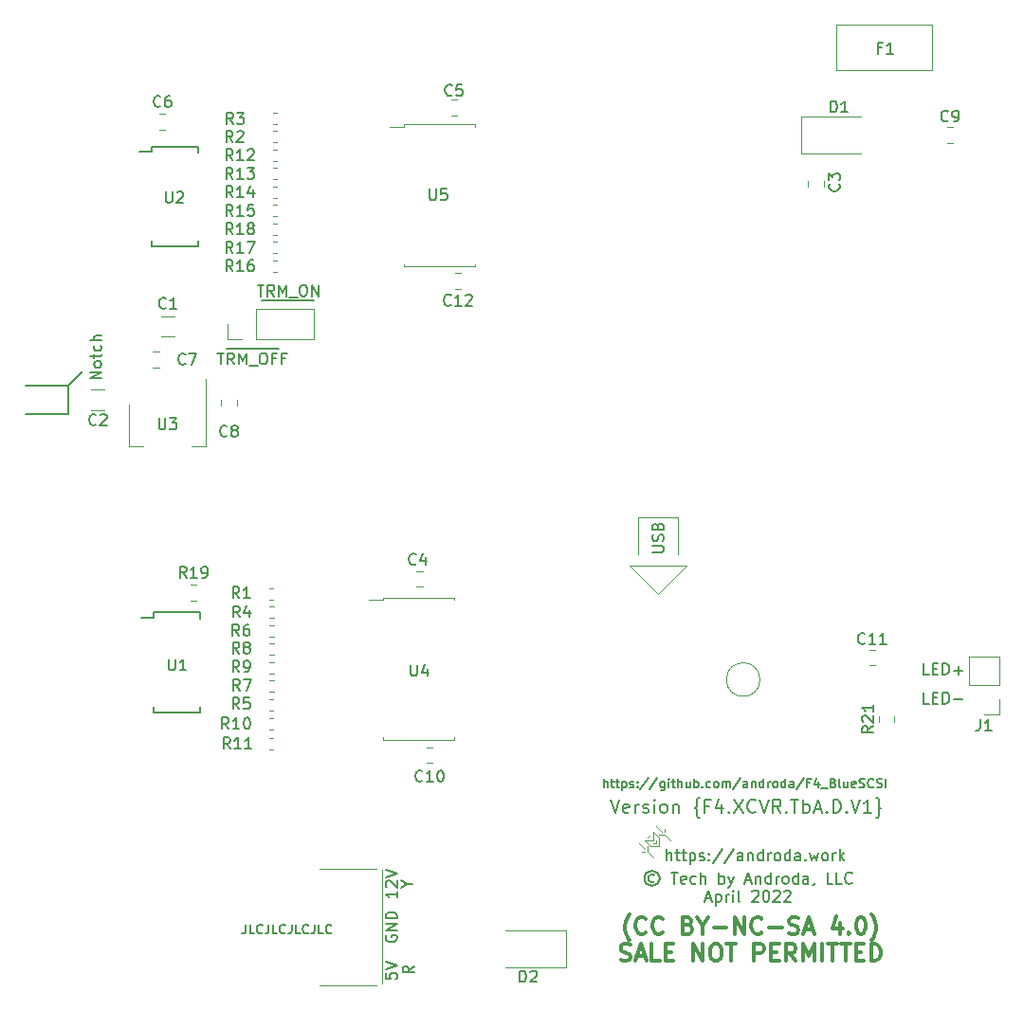
<source format=gbr>
%TF.GenerationSoftware,KiCad,Pcbnew,(6.0.2)*%
%TF.CreationDate,2022-04-15T06:18:49-06:00*%
%TF.ProjectId,XCVR_F4_SMD_V1,58435652-5f46-4345-9f53-4d445f56312e,rev?*%
%TF.SameCoordinates,Original*%
%TF.FileFunction,Legend,Top*%
%TF.FilePolarity,Positive*%
%FSLAX46Y46*%
G04 Gerber Fmt 4.6, Leading zero omitted, Abs format (unit mm)*
G04 Created by KiCad (PCBNEW (6.0.2)) date 2022-04-15 06:18:49*
%MOMM*%
%LPD*%
G01*
G04 APERTURE LIST*
%ADD10C,0.150000*%
%ADD11C,0.300000*%
%ADD12C,0.120000*%
G04 APERTURE END LIST*
D10*
X112212380Y-97154761D02*
X111212380Y-97154761D01*
X112212380Y-96583333D01*
X111212380Y-96583333D01*
X112212380Y-95964285D02*
X112164761Y-96059523D01*
X112117142Y-96107142D01*
X112021904Y-96154761D01*
X111736190Y-96154761D01*
X111640952Y-96107142D01*
X111593333Y-96059523D01*
X111545714Y-95964285D01*
X111545714Y-95821428D01*
X111593333Y-95726190D01*
X111640952Y-95678571D01*
X111736190Y-95630952D01*
X112021904Y-95630952D01*
X112117142Y-95678571D01*
X112164761Y-95726190D01*
X112212380Y-95821428D01*
X112212380Y-95964285D01*
X111545714Y-95345238D02*
X111545714Y-94964285D01*
X111212380Y-95202380D02*
X112069523Y-95202380D01*
X112164761Y-95154761D01*
X112212380Y-95059523D01*
X112212380Y-94964285D01*
X112164761Y-94202380D02*
X112212380Y-94297619D01*
X112212380Y-94488095D01*
X112164761Y-94583333D01*
X112117142Y-94630952D01*
X112021904Y-94678571D01*
X111736190Y-94678571D01*
X111640952Y-94630952D01*
X111593333Y-94583333D01*
X111545714Y-94488095D01*
X111545714Y-94297619D01*
X111593333Y-94202380D01*
X112212380Y-93773809D02*
X111212380Y-93773809D01*
X112212380Y-93345238D02*
X111688571Y-93345238D01*
X111593333Y-93392857D01*
X111545714Y-93488095D01*
X111545714Y-93630952D01*
X111593333Y-93726190D01*
X111640952Y-93773809D01*
X109220000Y-97790000D02*
X110490000Y-96520000D01*
X109220000Y-100330000D02*
X105410000Y-100330000D01*
X109220000Y-97790000D02*
X109220000Y-100330000D01*
X105410000Y-97790000D02*
X109220000Y-97790000D01*
X123431300Y-94470220D02*
X128036320Y-94470220D01*
X126532640Y-90210640D02*
X131201160Y-90210640D01*
X126157385Y-88801960D02*
X126728814Y-88801960D01*
X126443100Y-89801960D02*
X126443100Y-88801960D01*
X127633576Y-89801960D02*
X127300242Y-89325770D01*
X127062147Y-89801960D02*
X127062147Y-88801960D01*
X127443100Y-88801960D01*
X127538338Y-88849580D01*
X127585957Y-88897199D01*
X127633576Y-88992437D01*
X127633576Y-89135294D01*
X127585957Y-89230532D01*
X127538338Y-89278151D01*
X127443100Y-89325770D01*
X127062147Y-89325770D01*
X128062147Y-89801960D02*
X128062147Y-88801960D01*
X128395480Y-89516246D01*
X128728814Y-88801960D01*
X128728814Y-89801960D01*
X128966909Y-89897199D02*
X129728814Y-89897199D01*
X130157385Y-88801960D02*
X130347861Y-88801960D01*
X130443100Y-88849580D01*
X130538338Y-88944818D01*
X130585957Y-89135294D01*
X130585957Y-89468627D01*
X130538338Y-89659103D01*
X130443100Y-89754341D01*
X130347861Y-89801960D01*
X130157385Y-89801960D01*
X130062147Y-89754341D01*
X129966909Y-89659103D01*
X129919290Y-89468627D01*
X129919290Y-89135294D01*
X129966909Y-88944818D01*
X130062147Y-88849580D01*
X130157385Y-88801960D01*
X131014528Y-89801960D02*
X131014528Y-88801960D01*
X131585957Y-89801960D01*
X131585957Y-88801960D01*
D11*
X159394285Y-147362500D02*
X159322857Y-147291071D01*
X159180000Y-147076785D01*
X159108571Y-146933928D01*
X159037142Y-146719642D01*
X158965714Y-146362500D01*
X158965714Y-146076785D01*
X159037142Y-145719642D01*
X159108571Y-145505357D01*
X159180000Y-145362500D01*
X159322857Y-145148214D01*
X159394285Y-145076785D01*
X160822857Y-146648214D02*
X160751428Y-146719642D01*
X160537142Y-146791071D01*
X160394285Y-146791071D01*
X160180000Y-146719642D01*
X160037142Y-146576785D01*
X159965714Y-146433928D01*
X159894285Y-146148214D01*
X159894285Y-145933928D01*
X159965714Y-145648214D01*
X160037142Y-145505357D01*
X160180000Y-145362500D01*
X160394285Y-145291071D01*
X160537142Y-145291071D01*
X160751428Y-145362500D01*
X160822857Y-145433928D01*
X162322857Y-146648214D02*
X162251428Y-146719642D01*
X162037142Y-146791071D01*
X161894285Y-146791071D01*
X161680000Y-146719642D01*
X161537142Y-146576785D01*
X161465714Y-146433928D01*
X161394285Y-146148214D01*
X161394285Y-145933928D01*
X161465714Y-145648214D01*
X161537142Y-145505357D01*
X161680000Y-145362500D01*
X161894285Y-145291071D01*
X162037142Y-145291071D01*
X162251428Y-145362500D01*
X162322857Y-145433928D01*
X164608571Y-146005357D02*
X164822857Y-146076785D01*
X164894285Y-146148214D01*
X164965714Y-146291071D01*
X164965714Y-146505357D01*
X164894285Y-146648214D01*
X164822857Y-146719642D01*
X164680000Y-146791071D01*
X164108571Y-146791071D01*
X164108571Y-145291071D01*
X164608571Y-145291071D01*
X164751428Y-145362500D01*
X164822857Y-145433928D01*
X164894285Y-145576785D01*
X164894285Y-145719642D01*
X164822857Y-145862500D01*
X164751428Y-145933928D01*
X164608571Y-146005357D01*
X164108571Y-146005357D01*
X165894285Y-146076785D02*
X165894285Y-146791071D01*
X165394285Y-145291071D02*
X165894285Y-146076785D01*
X166394285Y-145291071D01*
X166894285Y-146219642D02*
X168037142Y-146219642D01*
X168751428Y-146791071D02*
X168751428Y-145291071D01*
X169608571Y-146791071D01*
X169608571Y-145291071D01*
X171180000Y-146648214D02*
X171108571Y-146719642D01*
X170894285Y-146791071D01*
X170751428Y-146791071D01*
X170537142Y-146719642D01*
X170394285Y-146576785D01*
X170322857Y-146433928D01*
X170251428Y-146148214D01*
X170251428Y-145933928D01*
X170322857Y-145648214D01*
X170394285Y-145505357D01*
X170537142Y-145362500D01*
X170751428Y-145291071D01*
X170894285Y-145291071D01*
X171108571Y-145362500D01*
X171180000Y-145433928D01*
X171822857Y-146219642D02*
X172965714Y-146219642D01*
X173608571Y-146719642D02*
X173822857Y-146791071D01*
X174180000Y-146791071D01*
X174322857Y-146719642D01*
X174394285Y-146648214D01*
X174465714Y-146505357D01*
X174465714Y-146362500D01*
X174394285Y-146219642D01*
X174322857Y-146148214D01*
X174180000Y-146076785D01*
X173894285Y-146005357D01*
X173751428Y-145933928D01*
X173680000Y-145862500D01*
X173608571Y-145719642D01*
X173608571Y-145576785D01*
X173680000Y-145433928D01*
X173751428Y-145362500D01*
X173894285Y-145291071D01*
X174251428Y-145291071D01*
X174465714Y-145362500D01*
X175037142Y-146362500D02*
X175751428Y-146362500D01*
X174894285Y-146791071D02*
X175394285Y-145291071D01*
X175894285Y-146791071D01*
X178180000Y-145791071D02*
X178180000Y-146791071D01*
X177822857Y-145219642D02*
X177465714Y-146291071D01*
X178394285Y-146291071D01*
X178965714Y-146648214D02*
X179037142Y-146719642D01*
X178965714Y-146791071D01*
X178894285Y-146719642D01*
X178965714Y-146648214D01*
X178965714Y-146791071D01*
X179965714Y-145291071D02*
X180108571Y-145291071D01*
X180251428Y-145362500D01*
X180322857Y-145433928D01*
X180394285Y-145576785D01*
X180465714Y-145862500D01*
X180465714Y-146219642D01*
X180394285Y-146505357D01*
X180322857Y-146648214D01*
X180251428Y-146719642D01*
X180108571Y-146791071D01*
X179965714Y-146791071D01*
X179822857Y-146719642D01*
X179751428Y-146648214D01*
X179680000Y-146505357D01*
X179608571Y-146219642D01*
X179608571Y-145862500D01*
X179680000Y-145576785D01*
X179751428Y-145433928D01*
X179822857Y-145362500D01*
X179965714Y-145291071D01*
X180965714Y-147362500D02*
X181037142Y-147291071D01*
X181180000Y-147076785D01*
X181251428Y-146933928D01*
X181322857Y-146719642D01*
X181394285Y-146362500D01*
X181394285Y-146076785D01*
X181322857Y-145719642D01*
X181251428Y-145505357D01*
X181180000Y-145362500D01*
X181037142Y-145148214D01*
X180965714Y-145076785D01*
X158572857Y-149134642D02*
X158787142Y-149206071D01*
X159144285Y-149206071D01*
X159287142Y-149134642D01*
X159358571Y-149063214D01*
X159430000Y-148920357D01*
X159430000Y-148777500D01*
X159358571Y-148634642D01*
X159287142Y-148563214D01*
X159144285Y-148491785D01*
X158858571Y-148420357D01*
X158715714Y-148348928D01*
X158644285Y-148277500D01*
X158572857Y-148134642D01*
X158572857Y-147991785D01*
X158644285Y-147848928D01*
X158715714Y-147777500D01*
X158858571Y-147706071D01*
X159215714Y-147706071D01*
X159430000Y-147777500D01*
X160001428Y-148777500D02*
X160715714Y-148777500D01*
X159858571Y-149206071D02*
X160358571Y-147706071D01*
X160858571Y-149206071D01*
X162072857Y-149206071D02*
X161358571Y-149206071D01*
X161358571Y-147706071D01*
X162572857Y-148420357D02*
X163072857Y-148420357D01*
X163287142Y-149206071D02*
X162572857Y-149206071D01*
X162572857Y-147706071D01*
X163287142Y-147706071D01*
X165072857Y-149206071D02*
X165072857Y-147706071D01*
X165930000Y-149206071D01*
X165930000Y-147706071D01*
X166930000Y-147706071D02*
X167215714Y-147706071D01*
X167358571Y-147777500D01*
X167501428Y-147920357D01*
X167572857Y-148206071D01*
X167572857Y-148706071D01*
X167501428Y-148991785D01*
X167358571Y-149134642D01*
X167215714Y-149206071D01*
X166930000Y-149206071D01*
X166787142Y-149134642D01*
X166644285Y-148991785D01*
X166572857Y-148706071D01*
X166572857Y-148206071D01*
X166644285Y-147920357D01*
X166787142Y-147777500D01*
X166930000Y-147706071D01*
X168001428Y-147706071D02*
X168858571Y-147706071D01*
X168430000Y-149206071D02*
X168430000Y-147706071D01*
X170501428Y-149206071D02*
X170501428Y-147706071D01*
X171072857Y-147706071D01*
X171215714Y-147777500D01*
X171287142Y-147848928D01*
X171358571Y-147991785D01*
X171358571Y-148206071D01*
X171287142Y-148348928D01*
X171215714Y-148420357D01*
X171072857Y-148491785D01*
X170501428Y-148491785D01*
X172001428Y-148420357D02*
X172501428Y-148420357D01*
X172715714Y-149206071D02*
X172001428Y-149206071D01*
X172001428Y-147706071D01*
X172715714Y-147706071D01*
X174215714Y-149206071D02*
X173715714Y-148491785D01*
X173358571Y-149206071D02*
X173358571Y-147706071D01*
X173930000Y-147706071D01*
X174072857Y-147777500D01*
X174144285Y-147848928D01*
X174215714Y-147991785D01*
X174215714Y-148206071D01*
X174144285Y-148348928D01*
X174072857Y-148420357D01*
X173930000Y-148491785D01*
X173358571Y-148491785D01*
X174858571Y-149206071D02*
X174858571Y-147706071D01*
X175358571Y-148777500D01*
X175858571Y-147706071D01*
X175858571Y-149206071D01*
X176572857Y-149206071D02*
X176572857Y-147706071D01*
X177072857Y-147706071D02*
X177930000Y-147706071D01*
X177501428Y-149206071D02*
X177501428Y-147706071D01*
X178215714Y-147706071D02*
X179072857Y-147706071D01*
X178644285Y-149206071D02*
X178644285Y-147706071D01*
X179572857Y-148420357D02*
X180072857Y-148420357D01*
X180287142Y-149206071D02*
X179572857Y-149206071D01*
X179572857Y-147706071D01*
X180287142Y-147706071D01*
X180930000Y-149206071D02*
X180930000Y-147706071D01*
X181287142Y-147706071D01*
X181501428Y-147777500D01*
X181644285Y-147920357D01*
X181715714Y-148063214D01*
X181787142Y-148348928D01*
X181787142Y-148563214D01*
X181715714Y-148848928D01*
X181644285Y-148991785D01*
X181501428Y-149134642D01*
X181287142Y-149206071D01*
X180930000Y-149206071D01*
D10*
X186118975Y-123622060D02*
X185642784Y-123622060D01*
X185642784Y-122622060D01*
X186452308Y-123098251D02*
X186785641Y-123098251D01*
X186928499Y-123622060D02*
X186452308Y-123622060D01*
X186452308Y-122622060D01*
X186928499Y-122622060D01*
X187357070Y-123622060D02*
X187357070Y-122622060D01*
X187595165Y-122622060D01*
X187738022Y-122669680D01*
X187833260Y-122764918D01*
X187880880Y-122860156D01*
X187928499Y-123050632D01*
X187928499Y-123193489D01*
X187880880Y-123383965D01*
X187833260Y-123479203D01*
X187738022Y-123574441D01*
X187595165Y-123622060D01*
X187357070Y-123622060D01*
X188357070Y-123241108D02*
X189118975Y-123241108D01*
X188738022Y-123622060D02*
X188738022Y-122860156D01*
X157066283Y-133711904D02*
X157066283Y-132911904D01*
X157409140Y-133711904D02*
X157409140Y-133292857D01*
X157371045Y-133216666D01*
X157294855Y-133178571D01*
X157180569Y-133178571D01*
X157104379Y-133216666D01*
X157066283Y-133254761D01*
X157675807Y-133178571D02*
X157980569Y-133178571D01*
X157790093Y-132911904D02*
X157790093Y-133597619D01*
X157828188Y-133673809D01*
X157904379Y-133711904D01*
X157980569Y-133711904D01*
X158132950Y-133178571D02*
X158437712Y-133178571D01*
X158247236Y-132911904D02*
X158247236Y-133597619D01*
X158285331Y-133673809D01*
X158361521Y-133711904D01*
X158437712Y-133711904D01*
X158704379Y-133178571D02*
X158704379Y-133978571D01*
X158704379Y-133216666D02*
X158780569Y-133178571D01*
X158932950Y-133178571D01*
X159009140Y-133216666D01*
X159047236Y-133254761D01*
X159085331Y-133330952D01*
X159085331Y-133559523D01*
X159047236Y-133635714D01*
X159009140Y-133673809D01*
X158932950Y-133711904D01*
X158780569Y-133711904D01*
X158704379Y-133673809D01*
X159390093Y-133673809D02*
X159466283Y-133711904D01*
X159618664Y-133711904D01*
X159694855Y-133673809D01*
X159732950Y-133597619D01*
X159732950Y-133559523D01*
X159694855Y-133483333D01*
X159618664Y-133445238D01*
X159504379Y-133445238D01*
X159428188Y-133407142D01*
X159390093Y-133330952D01*
X159390093Y-133292857D01*
X159428188Y-133216666D01*
X159504379Y-133178571D01*
X159618664Y-133178571D01*
X159694855Y-133216666D01*
X160075807Y-133635714D02*
X160113902Y-133673809D01*
X160075807Y-133711904D01*
X160037712Y-133673809D01*
X160075807Y-133635714D01*
X160075807Y-133711904D01*
X160075807Y-133216666D02*
X160113902Y-133254761D01*
X160075807Y-133292857D01*
X160037712Y-133254761D01*
X160075807Y-133216666D01*
X160075807Y-133292857D01*
X161028188Y-132873809D02*
X160342474Y-133902380D01*
X161866283Y-132873809D02*
X161180569Y-133902380D01*
X162475807Y-133178571D02*
X162475807Y-133826190D01*
X162437712Y-133902380D01*
X162399617Y-133940476D01*
X162323426Y-133978571D01*
X162209140Y-133978571D01*
X162132950Y-133940476D01*
X162475807Y-133673809D02*
X162399617Y-133711904D01*
X162247236Y-133711904D01*
X162171045Y-133673809D01*
X162132950Y-133635714D01*
X162094855Y-133559523D01*
X162094855Y-133330952D01*
X162132950Y-133254761D01*
X162171045Y-133216666D01*
X162247236Y-133178571D01*
X162399617Y-133178571D01*
X162475807Y-133216666D01*
X162856760Y-133711904D02*
X162856760Y-133178571D01*
X162856760Y-132911904D02*
X162818664Y-132950000D01*
X162856760Y-132988095D01*
X162894855Y-132950000D01*
X162856760Y-132911904D01*
X162856760Y-132988095D01*
X163123426Y-133178571D02*
X163428188Y-133178571D01*
X163237712Y-132911904D02*
X163237712Y-133597619D01*
X163275807Y-133673809D01*
X163351998Y-133711904D01*
X163428188Y-133711904D01*
X163694855Y-133711904D02*
X163694855Y-132911904D01*
X164037712Y-133711904D02*
X164037712Y-133292857D01*
X163999617Y-133216666D01*
X163923426Y-133178571D01*
X163809140Y-133178571D01*
X163732950Y-133216666D01*
X163694855Y-133254761D01*
X164761521Y-133178571D02*
X164761521Y-133711904D01*
X164418664Y-133178571D02*
X164418664Y-133597619D01*
X164456760Y-133673809D01*
X164532950Y-133711904D01*
X164647236Y-133711904D01*
X164723426Y-133673809D01*
X164761521Y-133635714D01*
X165142474Y-133711904D02*
X165142474Y-132911904D01*
X165142474Y-133216666D02*
X165218664Y-133178571D01*
X165371045Y-133178571D01*
X165447236Y-133216666D01*
X165485331Y-133254761D01*
X165523426Y-133330952D01*
X165523426Y-133559523D01*
X165485331Y-133635714D01*
X165447236Y-133673809D01*
X165371045Y-133711904D01*
X165218664Y-133711904D01*
X165142474Y-133673809D01*
X165866283Y-133635714D02*
X165904379Y-133673809D01*
X165866283Y-133711904D01*
X165828188Y-133673809D01*
X165866283Y-133635714D01*
X165866283Y-133711904D01*
X166590093Y-133673809D02*
X166513902Y-133711904D01*
X166361521Y-133711904D01*
X166285331Y-133673809D01*
X166247236Y-133635714D01*
X166209140Y-133559523D01*
X166209140Y-133330952D01*
X166247236Y-133254761D01*
X166285331Y-133216666D01*
X166361521Y-133178571D01*
X166513902Y-133178571D01*
X166590093Y-133216666D01*
X167047236Y-133711904D02*
X166971045Y-133673809D01*
X166932950Y-133635714D01*
X166894855Y-133559523D01*
X166894855Y-133330952D01*
X166932950Y-133254761D01*
X166971045Y-133216666D01*
X167047236Y-133178571D01*
X167161521Y-133178571D01*
X167237712Y-133216666D01*
X167275807Y-133254761D01*
X167313902Y-133330952D01*
X167313902Y-133559523D01*
X167275807Y-133635714D01*
X167237712Y-133673809D01*
X167161521Y-133711904D01*
X167047236Y-133711904D01*
X167656760Y-133711904D02*
X167656760Y-133178571D01*
X167656760Y-133254761D02*
X167694855Y-133216666D01*
X167771045Y-133178571D01*
X167885331Y-133178571D01*
X167961521Y-133216666D01*
X167999617Y-133292857D01*
X167999617Y-133711904D01*
X167999617Y-133292857D02*
X168037712Y-133216666D01*
X168113902Y-133178571D01*
X168228188Y-133178571D01*
X168304379Y-133216666D01*
X168342474Y-133292857D01*
X168342474Y-133711904D01*
X169294855Y-132873809D02*
X168609140Y-133902380D01*
X169904379Y-133711904D02*
X169904379Y-133292857D01*
X169866283Y-133216666D01*
X169790093Y-133178571D01*
X169637712Y-133178571D01*
X169561521Y-133216666D01*
X169904379Y-133673809D02*
X169828188Y-133711904D01*
X169637712Y-133711904D01*
X169561521Y-133673809D01*
X169523426Y-133597619D01*
X169523426Y-133521428D01*
X169561521Y-133445238D01*
X169637712Y-133407142D01*
X169828188Y-133407142D01*
X169904379Y-133369047D01*
X170285331Y-133178571D02*
X170285331Y-133711904D01*
X170285331Y-133254761D02*
X170323426Y-133216666D01*
X170399617Y-133178571D01*
X170513902Y-133178571D01*
X170590093Y-133216666D01*
X170628188Y-133292857D01*
X170628188Y-133711904D01*
X171351998Y-133711904D02*
X171351998Y-132911904D01*
X171351998Y-133673809D02*
X171275807Y-133711904D01*
X171123426Y-133711904D01*
X171047236Y-133673809D01*
X171009140Y-133635714D01*
X170971045Y-133559523D01*
X170971045Y-133330952D01*
X171009140Y-133254761D01*
X171047236Y-133216666D01*
X171123426Y-133178571D01*
X171275807Y-133178571D01*
X171351998Y-133216666D01*
X171732950Y-133711904D02*
X171732950Y-133178571D01*
X171732950Y-133330952D02*
X171771045Y-133254761D01*
X171809140Y-133216666D01*
X171885331Y-133178571D01*
X171961521Y-133178571D01*
X172342474Y-133711904D02*
X172266283Y-133673809D01*
X172228188Y-133635714D01*
X172190093Y-133559523D01*
X172190093Y-133330952D01*
X172228188Y-133254761D01*
X172266283Y-133216666D01*
X172342474Y-133178571D01*
X172456760Y-133178571D01*
X172532950Y-133216666D01*
X172571045Y-133254761D01*
X172609140Y-133330952D01*
X172609140Y-133559523D01*
X172571045Y-133635714D01*
X172532950Y-133673809D01*
X172456760Y-133711904D01*
X172342474Y-133711904D01*
X173294855Y-133711904D02*
X173294855Y-132911904D01*
X173294855Y-133673809D02*
X173218664Y-133711904D01*
X173066283Y-133711904D01*
X172990093Y-133673809D01*
X172951998Y-133635714D01*
X172913902Y-133559523D01*
X172913902Y-133330952D01*
X172951998Y-133254761D01*
X172990093Y-133216666D01*
X173066283Y-133178571D01*
X173218664Y-133178571D01*
X173294855Y-133216666D01*
X174018664Y-133711904D02*
X174018664Y-133292857D01*
X173980569Y-133216666D01*
X173904379Y-133178571D01*
X173751998Y-133178571D01*
X173675807Y-133216666D01*
X174018664Y-133673809D02*
X173942474Y-133711904D01*
X173751998Y-133711904D01*
X173675807Y-133673809D01*
X173637712Y-133597619D01*
X173637712Y-133521428D01*
X173675807Y-133445238D01*
X173751998Y-133407142D01*
X173942474Y-133407142D01*
X174018664Y-133369047D01*
X174971045Y-132873809D02*
X174285331Y-133902380D01*
X175504379Y-133292857D02*
X175237712Y-133292857D01*
X175237712Y-133711904D02*
X175237712Y-132911904D01*
X175618664Y-132911904D01*
X176266283Y-133178571D02*
X176266283Y-133711904D01*
X176075807Y-132873809D02*
X175885331Y-133445238D01*
X176380569Y-133445238D01*
X176494855Y-133788095D02*
X177104379Y-133788095D01*
X177561521Y-133292857D02*
X177675807Y-133330952D01*
X177713902Y-133369047D01*
X177751998Y-133445238D01*
X177751998Y-133559523D01*
X177713902Y-133635714D01*
X177675807Y-133673809D01*
X177599617Y-133711904D01*
X177294855Y-133711904D01*
X177294855Y-132911904D01*
X177561521Y-132911904D01*
X177637712Y-132950000D01*
X177675807Y-132988095D01*
X177713902Y-133064285D01*
X177713902Y-133140476D01*
X177675807Y-133216666D01*
X177637712Y-133254761D01*
X177561521Y-133292857D01*
X177294855Y-133292857D01*
X178209140Y-133711904D02*
X178132950Y-133673809D01*
X178094855Y-133597619D01*
X178094855Y-132911904D01*
X178856760Y-133178571D02*
X178856760Y-133711904D01*
X178513902Y-133178571D02*
X178513902Y-133597619D01*
X178551998Y-133673809D01*
X178628188Y-133711904D01*
X178742474Y-133711904D01*
X178818664Y-133673809D01*
X178856760Y-133635714D01*
X179542474Y-133673809D02*
X179466283Y-133711904D01*
X179313902Y-133711904D01*
X179237712Y-133673809D01*
X179199617Y-133597619D01*
X179199617Y-133292857D01*
X179237712Y-133216666D01*
X179313902Y-133178571D01*
X179466283Y-133178571D01*
X179542474Y-133216666D01*
X179580569Y-133292857D01*
X179580569Y-133369047D01*
X179199617Y-133445238D01*
X179885331Y-133673809D02*
X179999617Y-133711904D01*
X180190093Y-133711904D01*
X180266283Y-133673809D01*
X180304379Y-133635714D01*
X180342474Y-133559523D01*
X180342474Y-133483333D01*
X180304379Y-133407142D01*
X180266283Y-133369047D01*
X180190093Y-133330952D01*
X180037712Y-133292857D01*
X179961521Y-133254761D01*
X179923426Y-133216666D01*
X179885331Y-133140476D01*
X179885331Y-133064285D01*
X179923426Y-132988095D01*
X179961521Y-132950000D01*
X180037712Y-132911904D01*
X180228188Y-132911904D01*
X180342474Y-132950000D01*
X181142474Y-133635714D02*
X181104379Y-133673809D01*
X180990093Y-133711904D01*
X180913902Y-133711904D01*
X180799617Y-133673809D01*
X180723426Y-133597619D01*
X180685331Y-133521428D01*
X180647236Y-133369047D01*
X180647236Y-133254761D01*
X180685331Y-133102380D01*
X180723426Y-133026190D01*
X180799617Y-132950000D01*
X180913902Y-132911904D01*
X180990093Y-132911904D01*
X181104379Y-132950000D01*
X181142474Y-132988095D01*
X181447236Y-133673809D02*
X181561521Y-133711904D01*
X181751998Y-133711904D01*
X181828188Y-133673809D01*
X181866283Y-133635714D01*
X181904379Y-133559523D01*
X181904379Y-133483333D01*
X181866283Y-133407142D01*
X181828188Y-133369047D01*
X181751998Y-133330952D01*
X181599617Y-133292857D01*
X181523426Y-133254761D01*
X181485331Y-133216666D01*
X181447236Y-133140476D01*
X181447236Y-133064285D01*
X181485331Y-132988095D01*
X181523426Y-132950000D01*
X181599617Y-132911904D01*
X181790093Y-132911904D01*
X181904379Y-132950000D01*
X182247236Y-133711904D02*
X182247236Y-132911904D01*
X125087841Y-145944644D02*
X125087841Y-146516073D01*
X125049746Y-146630359D01*
X124973556Y-146706549D01*
X124859270Y-146744644D01*
X124783080Y-146744644D01*
X125849746Y-146744644D02*
X125468794Y-146744644D01*
X125468794Y-145944644D01*
X126573556Y-146668454D02*
X126535460Y-146706549D01*
X126421175Y-146744644D01*
X126344984Y-146744644D01*
X126230699Y-146706549D01*
X126154508Y-146630359D01*
X126116413Y-146554168D01*
X126078318Y-146401787D01*
X126078318Y-146287501D01*
X126116413Y-146135120D01*
X126154508Y-146058930D01*
X126230699Y-145982740D01*
X126344984Y-145944644D01*
X126421175Y-145944644D01*
X126535460Y-145982740D01*
X126573556Y-146020835D01*
X127144984Y-145944644D02*
X127144984Y-146516073D01*
X127106889Y-146630359D01*
X127030699Y-146706549D01*
X126916413Y-146744644D01*
X126840222Y-146744644D01*
X127906889Y-146744644D02*
X127525937Y-146744644D01*
X127525937Y-145944644D01*
X128630699Y-146668454D02*
X128592603Y-146706549D01*
X128478318Y-146744644D01*
X128402127Y-146744644D01*
X128287841Y-146706549D01*
X128211651Y-146630359D01*
X128173556Y-146554168D01*
X128135460Y-146401787D01*
X128135460Y-146287501D01*
X128173556Y-146135120D01*
X128211651Y-146058930D01*
X128287841Y-145982740D01*
X128402127Y-145944644D01*
X128478318Y-145944644D01*
X128592603Y-145982740D01*
X128630699Y-146020835D01*
X129202127Y-145944644D02*
X129202127Y-146516073D01*
X129164032Y-146630359D01*
X129087841Y-146706549D01*
X128973556Y-146744644D01*
X128897365Y-146744644D01*
X129964032Y-146744644D02*
X129583080Y-146744644D01*
X129583080Y-145944644D01*
X130687841Y-146668454D02*
X130649746Y-146706549D01*
X130535460Y-146744644D01*
X130459270Y-146744644D01*
X130344984Y-146706549D01*
X130268794Y-146630359D01*
X130230699Y-146554168D01*
X130192603Y-146401787D01*
X130192603Y-146287501D01*
X130230699Y-146135120D01*
X130268794Y-146058930D01*
X130344984Y-145982740D01*
X130459270Y-145944644D01*
X130535460Y-145944644D01*
X130649746Y-145982740D01*
X130687841Y-146020835D01*
X131259270Y-145944644D02*
X131259270Y-146516073D01*
X131221175Y-146630359D01*
X131144984Y-146706549D01*
X131030699Y-146744644D01*
X130954508Y-146744644D01*
X132021175Y-146744644D02*
X131640222Y-146744644D01*
X131640222Y-145944644D01*
X132744984Y-146668454D02*
X132706889Y-146706549D01*
X132592603Y-146744644D01*
X132516413Y-146744644D01*
X132402127Y-146706549D01*
X132325937Y-146630359D01*
X132287841Y-146554168D01*
X132249746Y-146401787D01*
X132249746Y-146287501D01*
X132287841Y-146135120D01*
X132325937Y-146058930D01*
X132402127Y-145982740D01*
X132516413Y-145944644D01*
X132592603Y-145944644D01*
X132706889Y-145982740D01*
X132744984Y-146020835D01*
X157669474Y-134778197D02*
X158069474Y-135978197D01*
X158469474Y-134778197D01*
X159326617Y-135921054D02*
X159212331Y-135978197D01*
X158983760Y-135978197D01*
X158869474Y-135921054D01*
X158812331Y-135806768D01*
X158812331Y-135349625D01*
X158869474Y-135235340D01*
X158983760Y-135178197D01*
X159212331Y-135178197D01*
X159326617Y-135235340D01*
X159383760Y-135349625D01*
X159383760Y-135463911D01*
X158812331Y-135578197D01*
X159898045Y-135978197D02*
X159898045Y-135178197D01*
X159898045Y-135406768D02*
X159955188Y-135292482D01*
X160012331Y-135235340D01*
X160126617Y-135178197D01*
X160240902Y-135178197D01*
X160583760Y-135921054D02*
X160698045Y-135978197D01*
X160926617Y-135978197D01*
X161040902Y-135921054D01*
X161098045Y-135806768D01*
X161098045Y-135749625D01*
X161040902Y-135635340D01*
X160926617Y-135578197D01*
X160755188Y-135578197D01*
X160640902Y-135521054D01*
X160583760Y-135406768D01*
X160583760Y-135349625D01*
X160640902Y-135235340D01*
X160755188Y-135178197D01*
X160926617Y-135178197D01*
X161040902Y-135235340D01*
X161612331Y-135978197D02*
X161612331Y-135178197D01*
X161612331Y-134778197D02*
X161555188Y-134835340D01*
X161612331Y-134892482D01*
X161669474Y-134835340D01*
X161612331Y-134778197D01*
X161612331Y-134892482D01*
X162355188Y-135978197D02*
X162240902Y-135921054D01*
X162183760Y-135863911D01*
X162126617Y-135749625D01*
X162126617Y-135406768D01*
X162183760Y-135292482D01*
X162240902Y-135235340D01*
X162355188Y-135178197D01*
X162526617Y-135178197D01*
X162640902Y-135235340D01*
X162698045Y-135292482D01*
X162755188Y-135406768D01*
X162755188Y-135749625D01*
X162698045Y-135863911D01*
X162640902Y-135921054D01*
X162526617Y-135978197D01*
X162355188Y-135978197D01*
X163269474Y-135178197D02*
X163269474Y-135978197D01*
X163269474Y-135292482D02*
X163326617Y-135235340D01*
X163440902Y-135178197D01*
X163612331Y-135178197D01*
X163726617Y-135235340D01*
X163783760Y-135349625D01*
X163783760Y-135978197D01*
X165612331Y-136435340D02*
X165555188Y-136435340D01*
X165440902Y-136378197D01*
X165383760Y-136263911D01*
X165383760Y-135692482D01*
X165326617Y-135578197D01*
X165212331Y-135521054D01*
X165326617Y-135463911D01*
X165383760Y-135349625D01*
X165383760Y-134778197D01*
X165440902Y-134663911D01*
X165555188Y-134606768D01*
X165612331Y-134606768D01*
X166469474Y-135349625D02*
X166069474Y-135349625D01*
X166069474Y-135978197D02*
X166069474Y-134778197D01*
X166640902Y-134778197D01*
X167612331Y-135178197D02*
X167612331Y-135978197D01*
X167326617Y-134721054D02*
X167040902Y-135578197D01*
X167783760Y-135578197D01*
X168240902Y-135863911D02*
X168298045Y-135921054D01*
X168240902Y-135978197D01*
X168183760Y-135921054D01*
X168240902Y-135863911D01*
X168240902Y-135978197D01*
X168698045Y-134778197D02*
X169498045Y-135978197D01*
X169498045Y-134778197D02*
X168698045Y-135978197D01*
X170640902Y-135863911D02*
X170583760Y-135921054D01*
X170412331Y-135978197D01*
X170298045Y-135978197D01*
X170126617Y-135921054D01*
X170012331Y-135806768D01*
X169955188Y-135692482D01*
X169898045Y-135463911D01*
X169898045Y-135292482D01*
X169955188Y-135063911D01*
X170012331Y-134949625D01*
X170126617Y-134835340D01*
X170298045Y-134778197D01*
X170412331Y-134778197D01*
X170583760Y-134835340D01*
X170640902Y-134892482D01*
X170983760Y-134778197D02*
X171383760Y-135978197D01*
X171783760Y-134778197D01*
X172869474Y-135978197D02*
X172469474Y-135406768D01*
X172183760Y-135978197D02*
X172183760Y-134778197D01*
X172640902Y-134778197D01*
X172755188Y-134835340D01*
X172812331Y-134892482D01*
X172869474Y-135006768D01*
X172869474Y-135178197D01*
X172812331Y-135292482D01*
X172755188Y-135349625D01*
X172640902Y-135406768D01*
X172183760Y-135406768D01*
X173383760Y-135863911D02*
X173440902Y-135921054D01*
X173383760Y-135978197D01*
X173326617Y-135921054D01*
X173383760Y-135863911D01*
X173383760Y-135978197D01*
X173783760Y-134778197D02*
X174469474Y-134778197D01*
X174126617Y-135978197D02*
X174126617Y-134778197D01*
X174869474Y-135978197D02*
X174869474Y-134778197D01*
X174869474Y-135235340D02*
X174983760Y-135178197D01*
X175212331Y-135178197D01*
X175326617Y-135235340D01*
X175383760Y-135292482D01*
X175440902Y-135406768D01*
X175440902Y-135749625D01*
X175383760Y-135863911D01*
X175326617Y-135921054D01*
X175212331Y-135978197D01*
X174983760Y-135978197D01*
X174869474Y-135921054D01*
X175898045Y-135635340D02*
X176469474Y-135635340D01*
X175783760Y-135978197D02*
X176183760Y-134778197D01*
X176583760Y-135978197D01*
X176983760Y-135863911D02*
X177040902Y-135921054D01*
X176983760Y-135978197D01*
X176926617Y-135921054D01*
X176983760Y-135863911D01*
X176983760Y-135978197D01*
X177555188Y-135978197D02*
X177555188Y-134778197D01*
X177840902Y-134778197D01*
X178012331Y-134835340D01*
X178126617Y-134949625D01*
X178183760Y-135063911D01*
X178240902Y-135292482D01*
X178240902Y-135463911D01*
X178183760Y-135692482D01*
X178126617Y-135806768D01*
X178012331Y-135921054D01*
X177840902Y-135978197D01*
X177555188Y-135978197D01*
X178755188Y-135863911D02*
X178812331Y-135921054D01*
X178755188Y-135978197D01*
X178698045Y-135921054D01*
X178755188Y-135863911D01*
X178755188Y-135978197D01*
X179155188Y-134778197D02*
X179555188Y-135978197D01*
X179955188Y-134778197D01*
X180983760Y-135978197D02*
X180298045Y-135978197D01*
X180640902Y-135978197D02*
X180640902Y-134778197D01*
X180526617Y-134949625D01*
X180412331Y-135063911D01*
X180298045Y-135121054D01*
X181383760Y-136435340D02*
X181440902Y-136435340D01*
X181555188Y-136378197D01*
X181612331Y-136263911D01*
X181612331Y-135692482D01*
X181669474Y-135578197D01*
X181783760Y-135521054D01*
X181669474Y-135463911D01*
X181612331Y-135349625D01*
X181612331Y-134778197D01*
X181555188Y-134663911D01*
X181440902Y-134606768D01*
X181383760Y-134606768D01*
X186118975Y-126207780D02*
X185642784Y-126207780D01*
X185642784Y-125207780D01*
X186452308Y-125683971D02*
X186785641Y-125683971D01*
X186928499Y-126207780D02*
X186452308Y-126207780D01*
X186452308Y-125207780D01*
X186928499Y-125207780D01*
X187357070Y-126207780D02*
X187357070Y-125207780D01*
X187595165Y-125207780D01*
X187738022Y-125255400D01*
X187833260Y-125350638D01*
X187880880Y-125445876D01*
X187928499Y-125636352D01*
X187928499Y-125779209D01*
X187880880Y-125969685D01*
X187833260Y-126064923D01*
X187738022Y-126160161D01*
X187595165Y-126207780D01*
X187357070Y-126207780D01*
X188357070Y-125826828D02*
X189118975Y-125826828D01*
X161566958Y-141539496D02*
X161471720Y-141491877D01*
X161281243Y-141491877D01*
X161186005Y-141539496D01*
X161090767Y-141634734D01*
X161043148Y-141729972D01*
X161043148Y-141920448D01*
X161090767Y-142015686D01*
X161186005Y-142110924D01*
X161281243Y-142158543D01*
X161471720Y-142158543D01*
X161566958Y-142110924D01*
X161376481Y-141158543D02*
X161138386Y-141206162D01*
X160900291Y-141349020D01*
X160757434Y-141587115D01*
X160709815Y-141825210D01*
X160757434Y-142063305D01*
X160900291Y-142301400D01*
X161138386Y-142444258D01*
X161376481Y-142491877D01*
X161614577Y-142444258D01*
X161852672Y-142301400D01*
X161995529Y-142063305D01*
X162043148Y-141825210D01*
X161995529Y-141587115D01*
X161852672Y-141349020D01*
X161614577Y-141206162D01*
X161376481Y-141158543D01*
X163090767Y-141301400D02*
X163662196Y-141301400D01*
X163376481Y-142301400D02*
X163376481Y-141301400D01*
X164376481Y-142253781D02*
X164281243Y-142301400D01*
X164090767Y-142301400D01*
X163995529Y-142253781D01*
X163947910Y-142158543D01*
X163947910Y-141777591D01*
X163995529Y-141682353D01*
X164090767Y-141634734D01*
X164281243Y-141634734D01*
X164376481Y-141682353D01*
X164424100Y-141777591D01*
X164424100Y-141872829D01*
X163947910Y-141968067D01*
X165281243Y-142253781D02*
X165186005Y-142301400D01*
X164995529Y-142301400D01*
X164900291Y-142253781D01*
X164852672Y-142206162D01*
X164805053Y-142110924D01*
X164805053Y-141825210D01*
X164852672Y-141729972D01*
X164900291Y-141682353D01*
X164995529Y-141634734D01*
X165186005Y-141634734D01*
X165281243Y-141682353D01*
X165709815Y-142301400D02*
X165709815Y-141301400D01*
X166138386Y-142301400D02*
X166138386Y-141777591D01*
X166090767Y-141682353D01*
X165995529Y-141634734D01*
X165852672Y-141634734D01*
X165757434Y-141682353D01*
X165709815Y-141729972D01*
X167376481Y-142301400D02*
X167376481Y-141301400D01*
X167376481Y-141682353D02*
X167471720Y-141634734D01*
X167662196Y-141634734D01*
X167757434Y-141682353D01*
X167805053Y-141729972D01*
X167852672Y-141825210D01*
X167852672Y-142110924D01*
X167805053Y-142206162D01*
X167757434Y-142253781D01*
X167662196Y-142301400D01*
X167471720Y-142301400D01*
X167376481Y-142253781D01*
X168186005Y-141634734D02*
X168424100Y-142301400D01*
X168662196Y-141634734D02*
X168424100Y-142301400D01*
X168328862Y-142539496D01*
X168281243Y-142587115D01*
X168186005Y-142634734D01*
X169757434Y-142015686D02*
X170233624Y-142015686D01*
X169662196Y-142301400D02*
X169995529Y-141301400D01*
X170328862Y-142301400D01*
X170662196Y-141634734D02*
X170662196Y-142301400D01*
X170662196Y-141729972D02*
X170709815Y-141682353D01*
X170805053Y-141634734D01*
X170947910Y-141634734D01*
X171043148Y-141682353D01*
X171090767Y-141777591D01*
X171090767Y-142301400D01*
X171995529Y-142301400D02*
X171995529Y-141301400D01*
X171995529Y-142253781D02*
X171900291Y-142301400D01*
X171709815Y-142301400D01*
X171614577Y-142253781D01*
X171566958Y-142206162D01*
X171519339Y-142110924D01*
X171519339Y-141825210D01*
X171566958Y-141729972D01*
X171614577Y-141682353D01*
X171709815Y-141634734D01*
X171900291Y-141634734D01*
X171995529Y-141682353D01*
X172471720Y-142301400D02*
X172471720Y-141634734D01*
X172471720Y-141825210D02*
X172519339Y-141729972D01*
X172566958Y-141682353D01*
X172662196Y-141634734D01*
X172757434Y-141634734D01*
X173233624Y-142301400D02*
X173138386Y-142253781D01*
X173090767Y-142206162D01*
X173043148Y-142110924D01*
X173043148Y-141825210D01*
X173090767Y-141729972D01*
X173138386Y-141682353D01*
X173233624Y-141634734D01*
X173376481Y-141634734D01*
X173471720Y-141682353D01*
X173519339Y-141729972D01*
X173566958Y-141825210D01*
X173566958Y-142110924D01*
X173519339Y-142206162D01*
X173471720Y-142253781D01*
X173376481Y-142301400D01*
X173233624Y-142301400D01*
X174424100Y-142301400D02*
X174424100Y-141301400D01*
X174424100Y-142253781D02*
X174328862Y-142301400D01*
X174138386Y-142301400D01*
X174043148Y-142253781D01*
X173995529Y-142206162D01*
X173947910Y-142110924D01*
X173947910Y-141825210D01*
X173995529Y-141729972D01*
X174043148Y-141682353D01*
X174138386Y-141634734D01*
X174328862Y-141634734D01*
X174424100Y-141682353D01*
X175328862Y-142301400D02*
X175328862Y-141777591D01*
X175281243Y-141682353D01*
X175186005Y-141634734D01*
X174995529Y-141634734D01*
X174900291Y-141682353D01*
X175328862Y-142253781D02*
X175233624Y-142301400D01*
X174995529Y-142301400D01*
X174900291Y-142253781D01*
X174852672Y-142158543D01*
X174852672Y-142063305D01*
X174900291Y-141968067D01*
X174995529Y-141920448D01*
X175233624Y-141920448D01*
X175328862Y-141872829D01*
X175852672Y-142253781D02*
X175852672Y-142301400D01*
X175805053Y-142396639D01*
X175757434Y-142444258D01*
X177519339Y-142301400D02*
X177043148Y-142301400D01*
X177043148Y-141301400D01*
X178328862Y-142301400D02*
X177852672Y-142301400D01*
X177852672Y-141301400D01*
X179233624Y-142206162D02*
X179186005Y-142253781D01*
X179043148Y-142301400D01*
X178947910Y-142301400D01*
X178805053Y-142253781D01*
X178709815Y-142158543D01*
X178662196Y-142063305D01*
X178614577Y-141872829D01*
X178614577Y-141729972D01*
X178662196Y-141539496D01*
X178709815Y-141444258D01*
X178805053Y-141349020D01*
X178947910Y-141301400D01*
X179043148Y-141301400D01*
X179186005Y-141349020D01*
X179233624Y-141396639D01*
X166186005Y-143625686D02*
X166662196Y-143625686D01*
X166090767Y-143911400D02*
X166424100Y-142911400D01*
X166757434Y-143911400D01*
X167090767Y-143244734D02*
X167090767Y-144244734D01*
X167090767Y-143292353D02*
X167186005Y-143244734D01*
X167376481Y-143244734D01*
X167471720Y-143292353D01*
X167519339Y-143339972D01*
X167566958Y-143435210D01*
X167566958Y-143720924D01*
X167519339Y-143816162D01*
X167471720Y-143863781D01*
X167376481Y-143911400D01*
X167186005Y-143911400D01*
X167090767Y-143863781D01*
X167995529Y-143911400D02*
X167995529Y-143244734D01*
X167995529Y-143435210D02*
X168043148Y-143339972D01*
X168090767Y-143292353D01*
X168186005Y-143244734D01*
X168281243Y-143244734D01*
X168614577Y-143911400D02*
X168614577Y-143244734D01*
X168614577Y-142911400D02*
X168566958Y-142959020D01*
X168614577Y-143006639D01*
X168662196Y-142959020D01*
X168614577Y-142911400D01*
X168614577Y-143006639D01*
X169233624Y-143911400D02*
X169138386Y-143863781D01*
X169090767Y-143768543D01*
X169090767Y-142911400D01*
X170328862Y-143006639D02*
X170376481Y-142959020D01*
X170471720Y-142911400D01*
X170709815Y-142911400D01*
X170805053Y-142959020D01*
X170852672Y-143006639D01*
X170900291Y-143101877D01*
X170900291Y-143197115D01*
X170852672Y-143339972D01*
X170281243Y-143911400D01*
X170900291Y-143911400D01*
X171519339Y-142911400D02*
X171614577Y-142911400D01*
X171709815Y-142959020D01*
X171757434Y-143006639D01*
X171805053Y-143101877D01*
X171852672Y-143292353D01*
X171852672Y-143530448D01*
X171805053Y-143720924D01*
X171757434Y-143816162D01*
X171709815Y-143863781D01*
X171614577Y-143911400D01*
X171519339Y-143911400D01*
X171424100Y-143863781D01*
X171376481Y-143816162D01*
X171328862Y-143720924D01*
X171281243Y-143530448D01*
X171281243Y-143292353D01*
X171328862Y-143101877D01*
X171376481Y-143006639D01*
X171424100Y-142959020D01*
X171519339Y-142911400D01*
X172233624Y-143006639D02*
X172281243Y-142959020D01*
X172376481Y-142911400D01*
X172614577Y-142911400D01*
X172709815Y-142959020D01*
X172757434Y-143006639D01*
X172805053Y-143101877D01*
X172805053Y-143197115D01*
X172757434Y-143339972D01*
X172186005Y-143911400D01*
X172805053Y-143911400D01*
X173186005Y-143006639D02*
X173233624Y-142959020D01*
X173328862Y-142911400D01*
X173566958Y-142911400D01*
X173662196Y-142959020D01*
X173709815Y-143006639D01*
X173757434Y-143101877D01*
X173757434Y-143197115D01*
X173709815Y-143339972D01*
X173138386Y-143911400D01*
X173757434Y-143911400D01*
X162705447Y-140231120D02*
X162705447Y-139231120D01*
X163134019Y-140231120D02*
X163134019Y-139707311D01*
X163086400Y-139612073D01*
X162991161Y-139564454D01*
X162848304Y-139564454D01*
X162753066Y-139612073D01*
X162705447Y-139659692D01*
X163467352Y-139564454D02*
X163848304Y-139564454D01*
X163610209Y-139231120D02*
X163610209Y-140088263D01*
X163657828Y-140183501D01*
X163753066Y-140231120D01*
X163848304Y-140231120D01*
X164038780Y-139564454D02*
X164419733Y-139564454D01*
X164181638Y-139231120D02*
X164181638Y-140088263D01*
X164229257Y-140183501D01*
X164324495Y-140231120D01*
X164419733Y-140231120D01*
X164753066Y-139564454D02*
X164753066Y-140564454D01*
X164753066Y-139612073D02*
X164848304Y-139564454D01*
X165038780Y-139564454D01*
X165134019Y-139612073D01*
X165181638Y-139659692D01*
X165229257Y-139754930D01*
X165229257Y-140040644D01*
X165181638Y-140135882D01*
X165134019Y-140183501D01*
X165038780Y-140231120D01*
X164848304Y-140231120D01*
X164753066Y-140183501D01*
X165610209Y-140183501D02*
X165705447Y-140231120D01*
X165895923Y-140231120D01*
X165991161Y-140183501D01*
X166038780Y-140088263D01*
X166038780Y-140040644D01*
X165991161Y-139945406D01*
X165895923Y-139897787D01*
X165753066Y-139897787D01*
X165657828Y-139850168D01*
X165610209Y-139754930D01*
X165610209Y-139707311D01*
X165657828Y-139612073D01*
X165753066Y-139564454D01*
X165895923Y-139564454D01*
X165991161Y-139612073D01*
X166467352Y-140135882D02*
X166514971Y-140183501D01*
X166467352Y-140231120D01*
X166419733Y-140183501D01*
X166467352Y-140135882D01*
X166467352Y-140231120D01*
X166467352Y-139612073D02*
X166514971Y-139659692D01*
X166467352Y-139707311D01*
X166419733Y-139659692D01*
X166467352Y-139612073D01*
X166467352Y-139707311D01*
X167657828Y-139183501D02*
X166800685Y-140469216D01*
X168705447Y-139183501D02*
X167848304Y-140469216D01*
X169467352Y-140231120D02*
X169467352Y-139707311D01*
X169419733Y-139612073D01*
X169324495Y-139564454D01*
X169134019Y-139564454D01*
X169038780Y-139612073D01*
X169467352Y-140183501D02*
X169372114Y-140231120D01*
X169134019Y-140231120D01*
X169038780Y-140183501D01*
X168991161Y-140088263D01*
X168991161Y-139993025D01*
X169038780Y-139897787D01*
X169134019Y-139850168D01*
X169372114Y-139850168D01*
X169467352Y-139802549D01*
X169943542Y-139564454D02*
X169943542Y-140231120D01*
X169943542Y-139659692D02*
X169991161Y-139612073D01*
X170086400Y-139564454D01*
X170229257Y-139564454D01*
X170324495Y-139612073D01*
X170372114Y-139707311D01*
X170372114Y-140231120D01*
X171276876Y-140231120D02*
X171276876Y-139231120D01*
X171276876Y-140183501D02*
X171181638Y-140231120D01*
X170991161Y-140231120D01*
X170895923Y-140183501D01*
X170848304Y-140135882D01*
X170800685Y-140040644D01*
X170800685Y-139754930D01*
X170848304Y-139659692D01*
X170895923Y-139612073D01*
X170991161Y-139564454D01*
X171181638Y-139564454D01*
X171276876Y-139612073D01*
X171753066Y-140231120D02*
X171753066Y-139564454D01*
X171753066Y-139754930D02*
X171800685Y-139659692D01*
X171848304Y-139612073D01*
X171943542Y-139564454D01*
X172038780Y-139564454D01*
X172514971Y-140231120D02*
X172419733Y-140183501D01*
X172372114Y-140135882D01*
X172324495Y-140040644D01*
X172324495Y-139754930D01*
X172372114Y-139659692D01*
X172419733Y-139612073D01*
X172514971Y-139564454D01*
X172657828Y-139564454D01*
X172753066Y-139612073D01*
X172800685Y-139659692D01*
X172848304Y-139754930D01*
X172848304Y-140040644D01*
X172800685Y-140135882D01*
X172753066Y-140183501D01*
X172657828Y-140231120D01*
X172514971Y-140231120D01*
X173705447Y-140231120D02*
X173705447Y-139231120D01*
X173705447Y-140183501D02*
X173610209Y-140231120D01*
X173419733Y-140231120D01*
X173324495Y-140183501D01*
X173276876Y-140135882D01*
X173229257Y-140040644D01*
X173229257Y-139754930D01*
X173276876Y-139659692D01*
X173324495Y-139612073D01*
X173419733Y-139564454D01*
X173610209Y-139564454D01*
X173705447Y-139612073D01*
X174610209Y-140231120D02*
X174610209Y-139707311D01*
X174562590Y-139612073D01*
X174467352Y-139564454D01*
X174276876Y-139564454D01*
X174181638Y-139612073D01*
X174610209Y-140183501D02*
X174514971Y-140231120D01*
X174276876Y-140231120D01*
X174181638Y-140183501D01*
X174134019Y-140088263D01*
X174134019Y-139993025D01*
X174181638Y-139897787D01*
X174276876Y-139850168D01*
X174514971Y-139850168D01*
X174610209Y-139802549D01*
X175086400Y-140135882D02*
X175134019Y-140183501D01*
X175086400Y-140231120D01*
X175038780Y-140183501D01*
X175086400Y-140135882D01*
X175086400Y-140231120D01*
X175467352Y-139564454D02*
X175657828Y-140231120D01*
X175848304Y-139754930D01*
X176038780Y-140231120D01*
X176229257Y-139564454D01*
X176753066Y-140231120D02*
X176657828Y-140183501D01*
X176610209Y-140135882D01*
X176562590Y-140040644D01*
X176562590Y-139754930D01*
X176610209Y-139659692D01*
X176657828Y-139612073D01*
X176753066Y-139564454D01*
X176895923Y-139564454D01*
X176991161Y-139612073D01*
X177038780Y-139659692D01*
X177086400Y-139754930D01*
X177086400Y-140040644D01*
X177038780Y-140135882D01*
X176991161Y-140183501D01*
X176895923Y-140231120D01*
X176753066Y-140231120D01*
X177514971Y-140231120D02*
X177514971Y-139564454D01*
X177514971Y-139754930D02*
X177562590Y-139659692D01*
X177610209Y-139612073D01*
X177705447Y-139564454D01*
X177800685Y-139564454D01*
X178134019Y-140231120D02*
X178134019Y-139231120D01*
X178229257Y-139850168D02*
X178514971Y-140231120D01*
X178514971Y-139564454D02*
X178134019Y-139945406D01*
X122580472Y-94880180D02*
X123151900Y-94880180D01*
X122866186Y-95880180D02*
X122866186Y-94880180D01*
X124056662Y-95880180D02*
X123723329Y-95403990D01*
X123485234Y-95880180D02*
X123485234Y-94880180D01*
X123866186Y-94880180D01*
X123961424Y-94927800D01*
X124009043Y-94975419D01*
X124056662Y-95070657D01*
X124056662Y-95213514D01*
X124009043Y-95308752D01*
X123961424Y-95356371D01*
X123866186Y-95403990D01*
X123485234Y-95403990D01*
X124485234Y-95880180D02*
X124485234Y-94880180D01*
X124818567Y-95594466D01*
X125151900Y-94880180D01*
X125151900Y-95880180D01*
X125389996Y-95975419D02*
X126151900Y-95975419D01*
X126580472Y-94880180D02*
X126770948Y-94880180D01*
X126866186Y-94927800D01*
X126961424Y-95023038D01*
X127009043Y-95213514D01*
X127009043Y-95546847D01*
X126961424Y-95737323D01*
X126866186Y-95832561D01*
X126770948Y-95880180D01*
X126580472Y-95880180D01*
X126485234Y-95832561D01*
X126389996Y-95737323D01*
X126342377Y-95546847D01*
X126342377Y-95213514D01*
X126389996Y-95023038D01*
X126485234Y-94927800D01*
X126580472Y-94880180D01*
X127770948Y-95356371D02*
X127437615Y-95356371D01*
X127437615Y-95880180D02*
X127437615Y-94880180D01*
X127913805Y-94880180D01*
X128628091Y-95356371D02*
X128294758Y-95356371D01*
X128294758Y-95880180D02*
X128294758Y-94880180D01*
X128770948Y-94880180D01*
%TO.C,R6*%
X124501613Y-120142260D02*
X124168280Y-119666070D01*
X123930184Y-120142260D02*
X123930184Y-119142260D01*
X124311137Y-119142260D01*
X124406375Y-119189880D01*
X124453994Y-119237499D01*
X124501613Y-119332737D01*
X124501613Y-119475594D01*
X124453994Y-119570832D01*
X124406375Y-119618451D01*
X124311137Y-119666070D01*
X123930184Y-119666070D01*
X125358756Y-119142260D02*
X125168280Y-119142260D01*
X125073041Y-119189880D01*
X125025422Y-119237499D01*
X124930184Y-119380356D01*
X124882565Y-119570832D01*
X124882565Y-119951784D01*
X124930184Y-120047022D01*
X124977803Y-120094641D01*
X125073041Y-120142260D01*
X125263518Y-120142260D01*
X125358756Y-120094641D01*
X125406375Y-120047022D01*
X125453994Y-119951784D01*
X125453994Y-119713689D01*
X125406375Y-119618451D01*
X125358756Y-119570832D01*
X125263518Y-119523213D01*
X125073041Y-119523213D01*
X124977803Y-119570832D01*
X124930184Y-119618451D01*
X124882565Y-119713689D01*
%TO.C,R4*%
X124565113Y-118491260D02*
X124231780Y-118015070D01*
X123993684Y-118491260D02*
X123993684Y-117491260D01*
X124374637Y-117491260D01*
X124469875Y-117538880D01*
X124517494Y-117586499D01*
X124565113Y-117681737D01*
X124565113Y-117824594D01*
X124517494Y-117919832D01*
X124469875Y-117967451D01*
X124374637Y-118015070D01*
X123993684Y-118015070D01*
X125422256Y-117824594D02*
X125422256Y-118491260D01*
X125184160Y-117443641D02*
X124946065Y-118157927D01*
X125565113Y-118157927D01*
%TO.C,R5*%
X124515613Y-126682760D02*
X124182280Y-126206570D01*
X123944184Y-126682760D02*
X123944184Y-125682760D01*
X124325137Y-125682760D01*
X124420375Y-125730380D01*
X124467994Y-125777999D01*
X124515613Y-125873237D01*
X124515613Y-126016094D01*
X124467994Y-126111332D01*
X124420375Y-126158951D01*
X124325137Y-126206570D01*
X123944184Y-126206570D01*
X125420375Y-125682760D02*
X124944184Y-125682760D01*
X124896565Y-126158951D01*
X124944184Y-126111332D01*
X125039422Y-126063713D01*
X125277518Y-126063713D01*
X125372756Y-126111332D01*
X125420375Y-126158951D01*
X125467994Y-126254189D01*
X125467994Y-126492284D01*
X125420375Y-126587522D01*
X125372756Y-126635141D01*
X125277518Y-126682760D01*
X125039422Y-126682760D01*
X124944184Y-126635141D01*
X124896565Y-126587522D01*
%TO.C,R10*%
X123580922Y-128460760D02*
X123247589Y-127984570D01*
X123009494Y-128460760D02*
X123009494Y-127460760D01*
X123390446Y-127460760D01*
X123485684Y-127508380D01*
X123533303Y-127555999D01*
X123580922Y-127651237D01*
X123580922Y-127794094D01*
X123533303Y-127889332D01*
X123485684Y-127936951D01*
X123390446Y-127984570D01*
X123009494Y-127984570D01*
X124533303Y-128460760D02*
X123961875Y-128460760D01*
X124247589Y-128460760D02*
X124247589Y-127460760D01*
X124152351Y-127603618D01*
X124057113Y-127698856D01*
X123961875Y-127746475D01*
X125152351Y-127460760D02*
X125247589Y-127460760D01*
X125342827Y-127508380D01*
X125390446Y-127555999D01*
X125438065Y-127651237D01*
X125485684Y-127841713D01*
X125485684Y-128079808D01*
X125438065Y-128270284D01*
X125390446Y-128365522D01*
X125342827Y-128413141D01*
X125247589Y-128460760D01*
X125152351Y-128460760D01*
X125057113Y-128413141D01*
X125009494Y-128365522D01*
X124961875Y-128270284D01*
X124914256Y-128079808D01*
X124914256Y-127841713D01*
X124961875Y-127651237D01*
X125009494Y-127555999D01*
X125057113Y-127508380D01*
X125152351Y-127460760D01*
%TO.C,R7*%
X124565113Y-125031760D02*
X124231780Y-124555570D01*
X123993684Y-125031760D02*
X123993684Y-124031760D01*
X124374637Y-124031760D01*
X124469875Y-124079380D01*
X124517494Y-124126999D01*
X124565113Y-124222237D01*
X124565113Y-124365094D01*
X124517494Y-124460332D01*
X124469875Y-124507951D01*
X124374637Y-124555570D01*
X123993684Y-124555570D01*
X124898446Y-124031760D02*
X125565113Y-124031760D01*
X125136541Y-125031760D01*
%TO.C,R8*%
X124515613Y-121729760D02*
X124182280Y-121253570D01*
X123944184Y-121729760D02*
X123944184Y-120729760D01*
X124325137Y-120729760D01*
X124420375Y-120777380D01*
X124467994Y-120824999D01*
X124515613Y-120920237D01*
X124515613Y-121063094D01*
X124467994Y-121158332D01*
X124420375Y-121205951D01*
X124325137Y-121253570D01*
X123944184Y-121253570D01*
X125087041Y-121158332D02*
X124991803Y-121110713D01*
X124944184Y-121063094D01*
X124896565Y-120967856D01*
X124896565Y-120920237D01*
X124944184Y-120824999D01*
X124991803Y-120777380D01*
X125087041Y-120729760D01*
X125277518Y-120729760D01*
X125372756Y-120777380D01*
X125420375Y-120824999D01*
X125467994Y-120920237D01*
X125467994Y-120967856D01*
X125420375Y-121063094D01*
X125372756Y-121110713D01*
X125277518Y-121158332D01*
X125087041Y-121158332D01*
X124991803Y-121205951D01*
X124944184Y-121253570D01*
X124896565Y-121348808D01*
X124896565Y-121539284D01*
X124944184Y-121634522D01*
X124991803Y-121682141D01*
X125087041Y-121729760D01*
X125277518Y-121729760D01*
X125372756Y-121682141D01*
X125420375Y-121634522D01*
X125467994Y-121539284D01*
X125467994Y-121348808D01*
X125420375Y-121253570D01*
X125372756Y-121205951D01*
X125277518Y-121158332D01*
%TO.C,R1*%
X124515613Y-116776760D02*
X124182280Y-116300570D01*
X123944184Y-116776760D02*
X123944184Y-115776760D01*
X124325137Y-115776760D01*
X124420375Y-115824380D01*
X124467994Y-115871999D01*
X124515613Y-115967237D01*
X124515613Y-116110094D01*
X124467994Y-116205332D01*
X124420375Y-116252951D01*
X124325137Y-116300570D01*
X123944184Y-116300570D01*
X125467994Y-116776760D02*
X124896565Y-116776760D01*
X125182280Y-116776760D02*
X125182280Y-115776760D01*
X125087041Y-115919618D01*
X124991803Y-116014856D01*
X124896565Y-116062475D01*
%TO.C,R11*%
X123707922Y-130238760D02*
X123374589Y-129762570D01*
X123136494Y-130238760D02*
X123136494Y-129238760D01*
X123517446Y-129238760D01*
X123612684Y-129286380D01*
X123660303Y-129333999D01*
X123707922Y-129429237D01*
X123707922Y-129572094D01*
X123660303Y-129667332D01*
X123612684Y-129714951D01*
X123517446Y-129762570D01*
X123136494Y-129762570D01*
X124660303Y-130238760D02*
X124088875Y-130238760D01*
X124374589Y-130238760D02*
X124374589Y-129238760D01*
X124279351Y-129381618D01*
X124184113Y-129476856D01*
X124088875Y-129524475D01*
X125612684Y-130238760D02*
X125041256Y-130238760D01*
X125326970Y-130238760D02*
X125326970Y-129238760D01*
X125231732Y-129381618D01*
X125136494Y-129476856D01*
X125041256Y-129524475D01*
%TO.C,R9*%
X124515613Y-123380760D02*
X124182280Y-122904570D01*
X123944184Y-123380760D02*
X123944184Y-122380760D01*
X124325137Y-122380760D01*
X124420375Y-122428380D01*
X124467994Y-122475999D01*
X124515613Y-122571237D01*
X124515613Y-122714094D01*
X124467994Y-122809332D01*
X124420375Y-122856951D01*
X124325137Y-122904570D01*
X123944184Y-122904570D01*
X124991803Y-123380760D02*
X125182280Y-123380760D01*
X125277518Y-123333141D01*
X125325137Y-123285522D01*
X125420375Y-123142665D01*
X125467994Y-122952189D01*
X125467994Y-122571237D01*
X125420375Y-122475999D01*
X125372756Y-122428380D01*
X125277518Y-122380760D01*
X125087041Y-122380760D01*
X124991803Y-122428380D01*
X124944184Y-122475999D01*
X124896565Y-122571237D01*
X124896565Y-122809332D01*
X124944184Y-122904570D01*
X124991803Y-122952189D01*
X125087041Y-122999808D01*
X125277518Y-122999808D01*
X125372756Y-122952189D01*
X125420375Y-122904570D01*
X125467994Y-122809332D01*
%TO.C,J4*%
X140115560Y-149674936D02*
X139639370Y-150008269D01*
X140115560Y-150246364D02*
X139115560Y-150246364D01*
X139115560Y-149865412D01*
X139163180Y-149770174D01*
X139210799Y-149722555D01*
X139306037Y-149674936D01*
X139448894Y-149674936D01*
X139544132Y-149722555D01*
X139591751Y-149770174D01*
X139639370Y-149865412D01*
X139639370Y-150246364D01*
X139512370Y-142364460D02*
X139988560Y-142364460D01*
X138988560Y-142697793D02*
X139512370Y-142364460D01*
X138988560Y-142031126D01*
X137591560Y-150301936D02*
X137591560Y-150778126D01*
X138067751Y-150825745D01*
X138020132Y-150778126D01*
X137972513Y-150682888D01*
X137972513Y-150444793D01*
X138020132Y-150349555D01*
X138067751Y-150301936D01*
X138162989Y-150254317D01*
X138401084Y-150254317D01*
X138496322Y-150301936D01*
X138543941Y-150349555D01*
X138591560Y-150444793D01*
X138591560Y-150682888D01*
X138543941Y-150778126D01*
X138496322Y-150825745D01*
X137591560Y-149968602D02*
X138591560Y-149635269D01*
X137591560Y-149301936D01*
X138591560Y-142983507D02*
X138591560Y-143554936D01*
X138591560Y-143269221D02*
X137591560Y-143269221D01*
X137734418Y-143364460D01*
X137829656Y-143459698D01*
X137877275Y-143554936D01*
X137686799Y-142602555D02*
X137639180Y-142554936D01*
X137591560Y-142459698D01*
X137591560Y-142221602D01*
X137639180Y-142126364D01*
X137686799Y-142078745D01*
X137782037Y-142031126D01*
X137877275Y-142031126D01*
X138020132Y-142078745D01*
X138591560Y-142650174D01*
X138591560Y-142031126D01*
X137591560Y-141745412D02*
X138591560Y-141412079D01*
X137591560Y-141078745D01*
X137639180Y-146936364D02*
X137591560Y-147031602D01*
X137591560Y-147174460D01*
X137639180Y-147317317D01*
X137734418Y-147412555D01*
X137829656Y-147460174D01*
X138020132Y-147507793D01*
X138162989Y-147507793D01*
X138353465Y-147460174D01*
X138448703Y-147412555D01*
X138543941Y-147317317D01*
X138591560Y-147174460D01*
X138591560Y-147079221D01*
X138543941Y-146936364D01*
X138496322Y-146888745D01*
X138162989Y-146888745D01*
X138162989Y-147079221D01*
X138591560Y-146460174D02*
X137591560Y-146460174D01*
X138591560Y-145888745D01*
X137591560Y-145888745D01*
X138591560Y-145412555D02*
X137591560Y-145412555D01*
X137591560Y-145174460D01*
X137639180Y-145031602D01*
X137734418Y-144936364D01*
X137829656Y-144888745D01*
X138020132Y-144841126D01*
X138162989Y-144841126D01*
X138353465Y-144888745D01*
X138448703Y-144936364D01*
X138543941Y-145031602D01*
X138591560Y-145174460D01*
X138591560Y-145412555D01*
%TO.C,C1*%
X117963653Y-90824322D02*
X117916034Y-90871941D01*
X117773177Y-90919560D01*
X117677939Y-90919560D01*
X117535081Y-90871941D01*
X117439843Y-90776703D01*
X117392224Y-90681465D01*
X117344605Y-90490989D01*
X117344605Y-90348132D01*
X117392224Y-90157656D01*
X117439843Y-90062418D01*
X117535081Y-89967180D01*
X117677939Y-89919560D01*
X117773177Y-89919560D01*
X117916034Y-89967180D01*
X117963653Y-90014799D01*
X118916034Y-90919560D02*
X118344605Y-90919560D01*
X118630320Y-90919560D02*
X118630320Y-89919560D01*
X118535081Y-90062418D01*
X118439843Y-90157656D01*
X118344605Y-90205275D01*
%TO.C,C2*%
X111732093Y-101260002D02*
X111684474Y-101307621D01*
X111541617Y-101355240D01*
X111446379Y-101355240D01*
X111303521Y-101307621D01*
X111208283Y-101212383D01*
X111160664Y-101117145D01*
X111113045Y-100926669D01*
X111113045Y-100783812D01*
X111160664Y-100593336D01*
X111208283Y-100498098D01*
X111303521Y-100402860D01*
X111446379Y-100355240D01*
X111541617Y-100355240D01*
X111684474Y-100402860D01*
X111732093Y-100450479D01*
X112113045Y-100450479D02*
X112160664Y-100402860D01*
X112255902Y-100355240D01*
X112493998Y-100355240D01*
X112589236Y-100402860D01*
X112636855Y-100450479D01*
X112684474Y-100545717D01*
X112684474Y-100640955D01*
X112636855Y-100783812D01*
X112065426Y-101355240D01*
X112684474Y-101355240D01*
%TO.C,R3*%
X123970753Y-74432420D02*
X123637420Y-73956230D01*
X123399324Y-74432420D02*
X123399324Y-73432420D01*
X123780277Y-73432420D01*
X123875515Y-73480040D01*
X123923134Y-73527659D01*
X123970753Y-73622897D01*
X123970753Y-73765754D01*
X123923134Y-73860992D01*
X123875515Y-73908611D01*
X123780277Y-73956230D01*
X123399324Y-73956230D01*
X124304086Y-73432420D02*
X124923134Y-73432420D01*
X124589800Y-73813373D01*
X124732658Y-73813373D01*
X124827896Y-73860992D01*
X124875515Y-73908611D01*
X124923134Y-74003849D01*
X124923134Y-74241944D01*
X124875515Y-74337182D01*
X124827896Y-74384801D01*
X124732658Y-74432420D01*
X124446943Y-74432420D01*
X124351705Y-74384801D01*
X124304086Y-74337182D01*
%TO.C,R2*%
X123942753Y-76019920D02*
X123609420Y-75543730D01*
X123371324Y-76019920D02*
X123371324Y-75019920D01*
X123752277Y-75019920D01*
X123847515Y-75067540D01*
X123895134Y-75115159D01*
X123942753Y-75210397D01*
X123942753Y-75353254D01*
X123895134Y-75448492D01*
X123847515Y-75496111D01*
X123752277Y-75543730D01*
X123371324Y-75543730D01*
X124323705Y-75115159D02*
X124371324Y-75067540D01*
X124466562Y-75019920D01*
X124704658Y-75019920D01*
X124799896Y-75067540D01*
X124847515Y-75115159D01*
X124895134Y-75210397D01*
X124895134Y-75305635D01*
X124847515Y-75448492D01*
X124276086Y-76019920D01*
X124895134Y-76019920D01*
%TO.C,R18*%
X123939062Y-84274920D02*
X123605729Y-83798730D01*
X123367634Y-84274920D02*
X123367634Y-83274920D01*
X123748586Y-83274920D01*
X123843824Y-83322540D01*
X123891443Y-83370159D01*
X123939062Y-83465397D01*
X123939062Y-83608254D01*
X123891443Y-83703492D01*
X123843824Y-83751111D01*
X123748586Y-83798730D01*
X123367634Y-83798730D01*
X124891443Y-84274920D02*
X124320015Y-84274920D01*
X124605729Y-84274920D02*
X124605729Y-83274920D01*
X124510491Y-83417778D01*
X124415253Y-83513016D01*
X124320015Y-83560635D01*
X125462872Y-83703492D02*
X125367634Y-83655873D01*
X125320015Y-83608254D01*
X125272396Y-83513016D01*
X125272396Y-83465397D01*
X125320015Y-83370159D01*
X125367634Y-83322540D01*
X125462872Y-83274920D01*
X125653348Y-83274920D01*
X125748586Y-83322540D01*
X125796205Y-83370159D01*
X125843824Y-83465397D01*
X125843824Y-83513016D01*
X125796205Y-83608254D01*
X125748586Y-83655873D01*
X125653348Y-83703492D01*
X125462872Y-83703492D01*
X125367634Y-83751111D01*
X125320015Y-83798730D01*
X125272396Y-83893968D01*
X125272396Y-84084444D01*
X125320015Y-84179682D01*
X125367634Y-84227301D01*
X125462872Y-84274920D01*
X125653348Y-84274920D01*
X125748586Y-84227301D01*
X125796205Y-84179682D01*
X125843824Y-84084444D01*
X125843824Y-83893968D01*
X125796205Y-83798730D01*
X125748586Y-83751111D01*
X125653348Y-83703492D01*
%TO.C,R17*%
X123939062Y-85925920D02*
X123605729Y-85449730D01*
X123367634Y-85925920D02*
X123367634Y-84925920D01*
X123748586Y-84925920D01*
X123843824Y-84973540D01*
X123891443Y-85021159D01*
X123939062Y-85116397D01*
X123939062Y-85259254D01*
X123891443Y-85354492D01*
X123843824Y-85402111D01*
X123748586Y-85449730D01*
X123367634Y-85449730D01*
X124891443Y-85925920D02*
X124320015Y-85925920D01*
X124605729Y-85925920D02*
X124605729Y-84925920D01*
X124510491Y-85068778D01*
X124415253Y-85164016D01*
X124320015Y-85211635D01*
X125224777Y-84925920D02*
X125891443Y-84925920D01*
X125462872Y-85925920D01*
%TO.C,R16*%
X123939062Y-87576920D02*
X123605729Y-87100730D01*
X123367634Y-87576920D02*
X123367634Y-86576920D01*
X123748586Y-86576920D01*
X123843824Y-86624540D01*
X123891443Y-86672159D01*
X123939062Y-86767397D01*
X123939062Y-86910254D01*
X123891443Y-87005492D01*
X123843824Y-87053111D01*
X123748586Y-87100730D01*
X123367634Y-87100730D01*
X124891443Y-87576920D02*
X124320015Y-87576920D01*
X124605729Y-87576920D02*
X124605729Y-86576920D01*
X124510491Y-86719778D01*
X124415253Y-86815016D01*
X124320015Y-86862635D01*
X125748586Y-86576920D02*
X125558110Y-86576920D01*
X125462872Y-86624540D01*
X125415253Y-86672159D01*
X125320015Y-86815016D01*
X125272396Y-87005492D01*
X125272396Y-87386444D01*
X125320015Y-87481682D01*
X125367634Y-87529301D01*
X125462872Y-87576920D01*
X125653348Y-87576920D01*
X125748586Y-87529301D01*
X125796205Y-87481682D01*
X125843824Y-87386444D01*
X125843824Y-87148349D01*
X125796205Y-87053111D01*
X125748586Y-87005492D01*
X125653348Y-86957873D01*
X125462872Y-86957873D01*
X125367634Y-87005492D01*
X125320015Y-87053111D01*
X125272396Y-87148349D01*
%TO.C,R15*%
X123939062Y-82623920D02*
X123605729Y-82147730D01*
X123367634Y-82623920D02*
X123367634Y-81623920D01*
X123748586Y-81623920D01*
X123843824Y-81671540D01*
X123891443Y-81719159D01*
X123939062Y-81814397D01*
X123939062Y-81957254D01*
X123891443Y-82052492D01*
X123843824Y-82100111D01*
X123748586Y-82147730D01*
X123367634Y-82147730D01*
X124891443Y-82623920D02*
X124320015Y-82623920D01*
X124605729Y-82623920D02*
X124605729Y-81623920D01*
X124510491Y-81766778D01*
X124415253Y-81862016D01*
X124320015Y-81909635D01*
X125796205Y-81623920D02*
X125320015Y-81623920D01*
X125272396Y-82100111D01*
X125320015Y-82052492D01*
X125415253Y-82004873D01*
X125653348Y-82004873D01*
X125748586Y-82052492D01*
X125796205Y-82100111D01*
X125843824Y-82195349D01*
X125843824Y-82433444D01*
X125796205Y-82528682D01*
X125748586Y-82576301D01*
X125653348Y-82623920D01*
X125415253Y-82623920D01*
X125320015Y-82576301D01*
X125272396Y-82528682D01*
%TO.C,R14*%
X123939062Y-80972920D02*
X123605729Y-80496730D01*
X123367634Y-80972920D02*
X123367634Y-79972920D01*
X123748586Y-79972920D01*
X123843824Y-80020540D01*
X123891443Y-80068159D01*
X123939062Y-80163397D01*
X123939062Y-80306254D01*
X123891443Y-80401492D01*
X123843824Y-80449111D01*
X123748586Y-80496730D01*
X123367634Y-80496730D01*
X124891443Y-80972920D02*
X124320015Y-80972920D01*
X124605729Y-80972920D02*
X124605729Y-79972920D01*
X124510491Y-80115778D01*
X124415253Y-80211016D01*
X124320015Y-80258635D01*
X125748586Y-80306254D02*
X125748586Y-80972920D01*
X125510491Y-79925301D02*
X125272396Y-80639587D01*
X125891443Y-80639587D01*
%TO.C,R13*%
X123939062Y-79321920D02*
X123605729Y-78845730D01*
X123367634Y-79321920D02*
X123367634Y-78321920D01*
X123748586Y-78321920D01*
X123843824Y-78369540D01*
X123891443Y-78417159D01*
X123939062Y-78512397D01*
X123939062Y-78655254D01*
X123891443Y-78750492D01*
X123843824Y-78798111D01*
X123748586Y-78845730D01*
X123367634Y-78845730D01*
X124891443Y-79321920D02*
X124320015Y-79321920D01*
X124605729Y-79321920D02*
X124605729Y-78321920D01*
X124510491Y-78464778D01*
X124415253Y-78560016D01*
X124320015Y-78607635D01*
X125224777Y-78321920D02*
X125843824Y-78321920D01*
X125510491Y-78702873D01*
X125653348Y-78702873D01*
X125748586Y-78750492D01*
X125796205Y-78798111D01*
X125843824Y-78893349D01*
X125843824Y-79131444D01*
X125796205Y-79226682D01*
X125748586Y-79274301D01*
X125653348Y-79321920D01*
X125367634Y-79321920D01*
X125272396Y-79274301D01*
X125224777Y-79226682D01*
%TO.C,R12*%
X123939062Y-77670920D02*
X123605729Y-77194730D01*
X123367634Y-77670920D02*
X123367634Y-76670920D01*
X123748586Y-76670920D01*
X123843824Y-76718540D01*
X123891443Y-76766159D01*
X123939062Y-76861397D01*
X123939062Y-77004254D01*
X123891443Y-77099492D01*
X123843824Y-77147111D01*
X123748586Y-77194730D01*
X123367634Y-77194730D01*
X124891443Y-77670920D02*
X124320015Y-77670920D01*
X124605729Y-77670920D02*
X124605729Y-76670920D01*
X124510491Y-76813778D01*
X124415253Y-76909016D01*
X124320015Y-76956635D01*
X125272396Y-76766159D02*
X125320015Y-76718540D01*
X125415253Y-76670920D01*
X125653348Y-76670920D01*
X125748586Y-76718540D01*
X125796205Y-76766159D01*
X125843824Y-76861397D01*
X125843824Y-76956635D01*
X125796205Y-77099492D01*
X125224777Y-77670920D01*
X125843824Y-77670920D01*
%TO.C,U3*%
X117343015Y-100704400D02*
X117343015Y-101513924D01*
X117390634Y-101609162D01*
X117438253Y-101656781D01*
X117533491Y-101704400D01*
X117723967Y-101704400D01*
X117819205Y-101656781D01*
X117866824Y-101609162D01*
X117914443Y-101513924D01*
X117914443Y-100704400D01*
X118295396Y-100704400D02*
X118914443Y-100704400D01*
X118581110Y-101085353D01*
X118723967Y-101085353D01*
X118819205Y-101132972D01*
X118866824Y-101180591D01*
X118914443Y-101275829D01*
X118914443Y-101513924D01*
X118866824Y-101609162D01*
X118819205Y-101656781D01*
X118723967Y-101704400D01*
X118438253Y-101704400D01*
X118343015Y-101656781D01*
X118295396Y-101609162D01*
%TO.C,U2*%
X117957695Y-80458060D02*
X117957695Y-81267584D01*
X118005314Y-81362822D01*
X118052933Y-81410441D01*
X118148171Y-81458060D01*
X118338647Y-81458060D01*
X118433885Y-81410441D01*
X118481504Y-81362822D01*
X118529123Y-81267584D01*
X118529123Y-80458060D01*
X118957695Y-80553299D02*
X119005314Y-80505680D01*
X119100552Y-80458060D01*
X119338647Y-80458060D01*
X119433885Y-80505680D01*
X119481504Y-80553299D01*
X119529123Y-80648537D01*
X119529123Y-80743775D01*
X119481504Y-80886632D01*
X118910076Y-81458060D01*
X119529123Y-81458060D01*
%TO.C,U1*%
X118219315Y-122235980D02*
X118219315Y-123045504D01*
X118266934Y-123140742D01*
X118314553Y-123188361D01*
X118409791Y-123235980D01*
X118600267Y-123235980D01*
X118695505Y-123188361D01*
X118743124Y-123140742D01*
X118790743Y-123045504D01*
X118790743Y-122235980D01*
X119790743Y-123235980D02*
X119219315Y-123235980D01*
X119505029Y-123235980D02*
X119505029Y-122235980D01*
X119409791Y-122378838D01*
X119314553Y-122474076D01*
X119219315Y-122521695D01*
%TO.C,F1*%
X181855786Y-67611951D02*
X181522453Y-67611951D01*
X181522453Y-68135760D02*
X181522453Y-67135760D01*
X181998643Y-67135760D01*
X182903405Y-68135760D02*
X182331977Y-68135760D01*
X182617691Y-68135760D02*
X182617691Y-67135760D01*
X182522453Y-67278618D01*
X182427215Y-67373856D01*
X182331977Y-67421475D01*
%TO.C,C3*%
X178058082Y-79779047D02*
X178105701Y-79826666D01*
X178153320Y-79969523D01*
X178153320Y-80064761D01*
X178105701Y-80207619D01*
X178010463Y-80302857D01*
X177915225Y-80350476D01*
X177724749Y-80398095D01*
X177581892Y-80398095D01*
X177391416Y-80350476D01*
X177296178Y-80302857D01*
X177200940Y-80207619D01*
X177153320Y-80064761D01*
X177153320Y-79969523D01*
X177200940Y-79826666D01*
X177248559Y-79779047D01*
X177153320Y-79445714D02*
X177153320Y-78826666D01*
X177534273Y-79160000D01*
X177534273Y-79017142D01*
X177581892Y-78921904D01*
X177629511Y-78874285D01*
X177724749Y-78826666D01*
X177962844Y-78826666D01*
X178058082Y-78874285D01*
X178105701Y-78921904D01*
X178153320Y-79017142D01*
X178153320Y-79302857D01*
X178105701Y-79398095D01*
X178058082Y-79445714D01*
%TO.C,BP1*%
X161415480Y-112689164D02*
X162225004Y-112689164D01*
X162320242Y-112641545D01*
X162367861Y-112593926D01*
X162415480Y-112498688D01*
X162415480Y-112308212D01*
X162367861Y-112212974D01*
X162320242Y-112165355D01*
X162225004Y-112117736D01*
X161415480Y-112117736D01*
X162367861Y-111689164D02*
X162415480Y-111546307D01*
X162415480Y-111308212D01*
X162367861Y-111212974D01*
X162320242Y-111165355D01*
X162225004Y-111117736D01*
X162129766Y-111117736D01*
X162034528Y-111165355D01*
X161986909Y-111212974D01*
X161939290Y-111308212D01*
X161891671Y-111498688D01*
X161844052Y-111593926D01*
X161796433Y-111641545D01*
X161701195Y-111689164D01*
X161605957Y-111689164D01*
X161510719Y-111641545D01*
X161463100Y-111593926D01*
X161415480Y-111498688D01*
X161415480Y-111260593D01*
X161463100Y-111117736D01*
X161891671Y-110355831D02*
X161939290Y-110212974D01*
X161986909Y-110165355D01*
X162082147Y-110117736D01*
X162225004Y-110117736D01*
X162320242Y-110165355D01*
X162367861Y-110212974D01*
X162415480Y-110308212D01*
X162415480Y-110689164D01*
X161415480Y-110689164D01*
X161415480Y-110355831D01*
X161463100Y-110260593D01*
X161510719Y-110212974D01*
X161605957Y-110165355D01*
X161701195Y-110165355D01*
X161796433Y-110212974D01*
X161844052Y-110260593D01*
X161891671Y-110355831D01*
X161891671Y-110689164D01*
%TO.C,U4*%
X139829635Y-122743980D02*
X139829635Y-123553504D01*
X139877254Y-123648742D01*
X139924873Y-123696361D01*
X140020111Y-123743980D01*
X140210587Y-123743980D01*
X140305825Y-123696361D01*
X140353444Y-123648742D01*
X140401063Y-123553504D01*
X140401063Y-122743980D01*
X141305825Y-123077314D02*
X141305825Y-123743980D01*
X141067730Y-122696361D02*
X140829635Y-123410647D01*
X141448682Y-123410647D01*
%TO.C,U5*%
X141516195Y-80206600D02*
X141516195Y-81016124D01*
X141563814Y-81111362D01*
X141611433Y-81158981D01*
X141706671Y-81206600D01*
X141897147Y-81206600D01*
X141992385Y-81158981D01*
X142040004Y-81111362D01*
X142087623Y-81016124D01*
X142087623Y-80206600D01*
X143040004Y-80206600D02*
X142563814Y-80206600D01*
X142516195Y-80682791D01*
X142563814Y-80635172D01*
X142659052Y-80587553D01*
X142897147Y-80587553D01*
X142992385Y-80635172D01*
X143040004Y-80682791D01*
X143087623Y-80778029D01*
X143087623Y-81016124D01*
X143040004Y-81111362D01*
X142992385Y-81158981D01*
X142897147Y-81206600D01*
X142659052Y-81206600D01*
X142563814Y-81158981D01*
X142516195Y-81111362D01*
%TO.C,C4*%
X140295333Y-113717342D02*
X140247714Y-113764961D01*
X140104857Y-113812580D01*
X140009619Y-113812580D01*
X139866761Y-113764961D01*
X139771523Y-113669723D01*
X139723904Y-113574485D01*
X139676285Y-113384009D01*
X139676285Y-113241152D01*
X139723904Y-113050676D01*
X139771523Y-112955438D01*
X139866761Y-112860200D01*
X140009619Y-112812580D01*
X140104857Y-112812580D01*
X140247714Y-112860200D01*
X140295333Y-112907819D01*
X141152476Y-113145914D02*
X141152476Y-113812580D01*
X140914380Y-112764961D02*
X140676285Y-113479247D01*
X141295333Y-113479247D01*
%TO.C,C5*%
X143524833Y-71807342D02*
X143477214Y-71854961D01*
X143334357Y-71902580D01*
X143239119Y-71902580D01*
X143096261Y-71854961D01*
X143001023Y-71759723D01*
X142953404Y-71664485D01*
X142905785Y-71474009D01*
X142905785Y-71331152D01*
X142953404Y-71140676D01*
X143001023Y-71045438D01*
X143096261Y-70950200D01*
X143239119Y-70902580D01*
X143334357Y-70902580D01*
X143477214Y-70950200D01*
X143524833Y-70997819D01*
X144429595Y-70902580D02*
X143953404Y-70902580D01*
X143905785Y-71378771D01*
X143953404Y-71331152D01*
X144048642Y-71283533D01*
X144286738Y-71283533D01*
X144381976Y-71331152D01*
X144429595Y-71378771D01*
X144477214Y-71474009D01*
X144477214Y-71712104D01*
X144429595Y-71807342D01*
X144381976Y-71854961D01*
X144286738Y-71902580D01*
X144048642Y-71902580D01*
X143953404Y-71854961D01*
X143905785Y-71807342D01*
%TO.C,R19*%
X119801402Y-114963200D02*
X119468069Y-114487010D01*
X119229974Y-114963200D02*
X119229974Y-113963200D01*
X119610926Y-113963200D01*
X119706164Y-114010820D01*
X119753783Y-114058439D01*
X119801402Y-114153677D01*
X119801402Y-114296534D01*
X119753783Y-114391772D01*
X119706164Y-114439391D01*
X119610926Y-114487010D01*
X119229974Y-114487010D01*
X120753783Y-114963200D02*
X120182355Y-114963200D01*
X120468069Y-114963200D02*
X120468069Y-113963200D01*
X120372831Y-114106058D01*
X120277593Y-114201296D01*
X120182355Y-114248915D01*
X121229974Y-114963200D02*
X121420450Y-114963200D01*
X121515688Y-114915581D01*
X121563307Y-114867962D01*
X121658545Y-114725105D01*
X121706164Y-114534629D01*
X121706164Y-114153677D01*
X121658545Y-114058439D01*
X121610926Y-114010820D01*
X121515688Y-113963200D01*
X121325212Y-113963200D01*
X121229974Y-114010820D01*
X121182355Y-114058439D01*
X121134736Y-114153677D01*
X121134736Y-114391772D01*
X121182355Y-114487010D01*
X121229974Y-114534629D01*
X121325212Y-114582248D01*
X121515688Y-114582248D01*
X121610926Y-114534629D01*
X121658545Y-114487010D01*
X121706164Y-114391772D01*
%TO.C,J1*%
X190694986Y-127621599D02*
X190694986Y-128335885D01*
X190647367Y-128478742D01*
X190552129Y-128573980D01*
X190409272Y-128621599D01*
X190314034Y-128621599D01*
X191694986Y-128621599D02*
X191123558Y-128621599D01*
X191409272Y-128621599D02*
X191409272Y-127621599D01*
X191314034Y-127764457D01*
X191218796Y-127859695D01*
X191123558Y-127907314D01*
%TO.C,R21*%
X181131200Y-128230976D02*
X180655010Y-128564309D01*
X181131200Y-128802404D02*
X180131200Y-128802404D01*
X180131200Y-128421452D01*
X180178820Y-128326214D01*
X180226439Y-128278595D01*
X180321677Y-128230976D01*
X180464534Y-128230976D01*
X180559772Y-128278595D01*
X180607391Y-128326214D01*
X180655010Y-128421452D01*
X180655010Y-128802404D01*
X180226439Y-127850023D02*
X180178820Y-127802404D01*
X180131200Y-127707166D01*
X180131200Y-127469071D01*
X180178820Y-127373833D01*
X180226439Y-127326214D01*
X180321677Y-127278595D01*
X180416915Y-127278595D01*
X180559772Y-127326214D01*
X181131200Y-127897642D01*
X181131200Y-127278595D01*
X181131200Y-126326214D02*
X181131200Y-126897642D01*
X181131200Y-126611928D02*
X180131200Y-126611928D01*
X180274058Y-126707166D01*
X180369296Y-126802404D01*
X180416915Y-126897642D01*
%TO.C,C6*%
X117493753Y-72795402D02*
X117446134Y-72843021D01*
X117303277Y-72890640D01*
X117208039Y-72890640D01*
X117065181Y-72843021D01*
X116969943Y-72747783D01*
X116922324Y-72652545D01*
X116874705Y-72462069D01*
X116874705Y-72319212D01*
X116922324Y-72128736D01*
X116969943Y-72033498D01*
X117065181Y-71938260D01*
X117208039Y-71890640D01*
X117303277Y-71890640D01*
X117446134Y-71938260D01*
X117493753Y-71985879D01*
X118350896Y-71890640D02*
X118160420Y-71890640D01*
X118065181Y-71938260D01*
X118017562Y-71985879D01*
X117922324Y-72128736D01*
X117874705Y-72319212D01*
X117874705Y-72700164D01*
X117922324Y-72795402D01*
X117969943Y-72843021D01*
X118065181Y-72890640D01*
X118255658Y-72890640D01*
X118350896Y-72843021D01*
X118398515Y-72795402D01*
X118446134Y-72700164D01*
X118446134Y-72462069D01*
X118398515Y-72366831D01*
X118350896Y-72319212D01*
X118255658Y-72271593D01*
X118065181Y-72271593D01*
X117969943Y-72319212D01*
X117922324Y-72366831D01*
X117874705Y-72462069D01*
%TO.C,C7*%
X119713713Y-95830662D02*
X119666094Y-95878281D01*
X119523237Y-95925900D01*
X119427999Y-95925900D01*
X119285141Y-95878281D01*
X119189903Y-95783043D01*
X119142284Y-95687805D01*
X119094665Y-95497329D01*
X119094665Y-95354472D01*
X119142284Y-95163996D01*
X119189903Y-95068758D01*
X119285141Y-94973520D01*
X119427999Y-94925900D01*
X119523237Y-94925900D01*
X119666094Y-94973520D01*
X119713713Y-95021139D01*
X120047046Y-94925900D02*
X120713713Y-94925900D01*
X120285141Y-95925900D01*
%TO.C,C8*%
X123427193Y-102254322D02*
X123379574Y-102301941D01*
X123236717Y-102349560D01*
X123141479Y-102349560D01*
X122998621Y-102301941D01*
X122903383Y-102206703D01*
X122855764Y-102111465D01*
X122808145Y-101920989D01*
X122808145Y-101778132D01*
X122855764Y-101587656D01*
X122903383Y-101492418D01*
X122998621Y-101397180D01*
X123141479Y-101349560D01*
X123236717Y-101349560D01*
X123379574Y-101397180D01*
X123427193Y-101444799D01*
X123998621Y-101778132D02*
X123903383Y-101730513D01*
X123855764Y-101682894D01*
X123808145Y-101587656D01*
X123808145Y-101540037D01*
X123855764Y-101444799D01*
X123903383Y-101397180D01*
X123998621Y-101349560D01*
X124189098Y-101349560D01*
X124284336Y-101397180D01*
X124331955Y-101444799D01*
X124379574Y-101540037D01*
X124379574Y-101587656D01*
X124331955Y-101682894D01*
X124284336Y-101730513D01*
X124189098Y-101778132D01*
X123998621Y-101778132D01*
X123903383Y-101825751D01*
X123855764Y-101873370D01*
X123808145Y-101968608D01*
X123808145Y-102159084D01*
X123855764Y-102254322D01*
X123903383Y-102301941D01*
X123998621Y-102349560D01*
X124189098Y-102349560D01*
X124284336Y-102301941D01*
X124331955Y-102254322D01*
X124379574Y-102159084D01*
X124379574Y-101968608D01*
X124331955Y-101873370D01*
X124284336Y-101825751D01*
X124189098Y-101778132D01*
%TO.C,C9*%
X187823813Y-74107042D02*
X187776194Y-74154661D01*
X187633337Y-74202280D01*
X187538099Y-74202280D01*
X187395241Y-74154661D01*
X187300003Y-74059423D01*
X187252384Y-73964185D01*
X187204765Y-73773709D01*
X187204765Y-73630852D01*
X187252384Y-73440376D01*
X187300003Y-73345138D01*
X187395241Y-73249900D01*
X187538099Y-73202280D01*
X187633337Y-73202280D01*
X187776194Y-73249900D01*
X187823813Y-73297519D01*
X188300003Y-74202280D02*
X188490480Y-74202280D01*
X188585718Y-74154661D01*
X188633337Y-74107042D01*
X188728575Y-73964185D01*
X188776194Y-73773709D01*
X188776194Y-73392757D01*
X188728575Y-73297519D01*
X188680956Y-73249900D01*
X188585718Y-73202280D01*
X188395241Y-73202280D01*
X188300003Y-73249900D01*
X188252384Y-73297519D01*
X188204765Y-73392757D01*
X188204765Y-73630852D01*
X188252384Y-73726090D01*
X188300003Y-73773709D01*
X188395241Y-73821328D01*
X188585718Y-73821328D01*
X188680956Y-73773709D01*
X188728575Y-73726090D01*
X188776194Y-73630852D01*
%TO.C,C10*%
X140857782Y-133082302D02*
X140810163Y-133129921D01*
X140667306Y-133177540D01*
X140572068Y-133177540D01*
X140429211Y-133129921D01*
X140333973Y-133034683D01*
X140286354Y-132939445D01*
X140238735Y-132748969D01*
X140238735Y-132606112D01*
X140286354Y-132415636D01*
X140333973Y-132320398D01*
X140429211Y-132225160D01*
X140572068Y-132177540D01*
X140667306Y-132177540D01*
X140810163Y-132225160D01*
X140857782Y-132272779D01*
X141810163Y-133177540D02*
X141238735Y-133177540D01*
X141524449Y-133177540D02*
X141524449Y-132177540D01*
X141429211Y-132320398D01*
X141333973Y-132415636D01*
X141238735Y-132463255D01*
X142429211Y-132177540D02*
X142524449Y-132177540D01*
X142619687Y-132225160D01*
X142667306Y-132272779D01*
X142714925Y-132368017D01*
X142762544Y-132558493D01*
X142762544Y-132796588D01*
X142714925Y-132987064D01*
X142667306Y-133082302D01*
X142619687Y-133129921D01*
X142524449Y-133177540D01*
X142429211Y-133177540D01*
X142333973Y-133129921D01*
X142286354Y-133082302D01*
X142238735Y-132987064D01*
X142191116Y-132796588D01*
X142191116Y-132558493D01*
X142238735Y-132368017D01*
X142286354Y-132272779D01*
X142333973Y-132225160D01*
X142429211Y-132177540D01*
%TO.C,C11*%
X180394262Y-120794782D02*
X180346643Y-120842401D01*
X180203786Y-120890020D01*
X180108548Y-120890020D01*
X179965691Y-120842401D01*
X179870453Y-120747163D01*
X179822834Y-120651925D01*
X179775215Y-120461449D01*
X179775215Y-120318592D01*
X179822834Y-120128116D01*
X179870453Y-120032878D01*
X179965691Y-119937640D01*
X180108548Y-119890020D01*
X180203786Y-119890020D01*
X180346643Y-119937640D01*
X180394262Y-119985259D01*
X181346643Y-120890020D02*
X180775215Y-120890020D01*
X181060929Y-120890020D02*
X181060929Y-119890020D01*
X180965691Y-120032878D01*
X180870453Y-120128116D01*
X180775215Y-120175735D01*
X182299024Y-120890020D02*
X181727596Y-120890020D01*
X182013310Y-120890020D02*
X182013310Y-119890020D01*
X181918072Y-120032878D01*
X181822834Y-120128116D01*
X181727596Y-120175735D01*
%TO.C,D1*%
X177332664Y-73362440D02*
X177332664Y-72362440D01*
X177570760Y-72362440D01*
X177713617Y-72410060D01*
X177808855Y-72505298D01*
X177856474Y-72600536D01*
X177904093Y-72791012D01*
X177904093Y-72933869D01*
X177856474Y-73124345D01*
X177808855Y-73219583D01*
X177713617Y-73314821D01*
X177570760Y-73362440D01*
X177332664Y-73362440D01*
X178856474Y-73362440D02*
X178285045Y-73362440D01*
X178570760Y-73362440D02*
X178570760Y-72362440D01*
X178475521Y-72505298D01*
X178380283Y-72600536D01*
X178285045Y-72648155D01*
%TO.C,D2*%
X149563864Y-151082640D02*
X149563864Y-150082640D01*
X149801960Y-150082640D01*
X149944817Y-150130260D01*
X150040055Y-150225498D01*
X150087674Y-150320736D01*
X150135293Y-150511212D01*
X150135293Y-150654069D01*
X150087674Y-150844545D01*
X150040055Y-150939783D01*
X149944817Y-151035021D01*
X149801960Y-151082640D01*
X149563864Y-151082640D01*
X150516245Y-150177879D02*
X150563864Y-150130260D01*
X150659102Y-150082640D01*
X150897198Y-150082640D01*
X150992436Y-150130260D01*
X151040055Y-150177879D01*
X151087674Y-150273117D01*
X151087674Y-150368355D01*
X151040055Y-150511212D01*
X150468626Y-151082640D01*
X151087674Y-151082640D01*
%TO.C,C12*%
X143416942Y-90565242D02*
X143369323Y-90612861D01*
X143226466Y-90660480D01*
X143131228Y-90660480D01*
X142988371Y-90612861D01*
X142893133Y-90517623D01*
X142845514Y-90422385D01*
X142797895Y-90231909D01*
X142797895Y-90089052D01*
X142845514Y-89898576D01*
X142893133Y-89803338D01*
X142988371Y-89708100D01*
X143131228Y-89660480D01*
X143226466Y-89660480D01*
X143369323Y-89708100D01*
X143416942Y-89755719D01*
X144369323Y-90660480D02*
X143797895Y-90660480D01*
X144083609Y-90660480D02*
X144083609Y-89660480D01*
X143988371Y-89803338D01*
X143893133Y-89898576D01*
X143797895Y-89946195D01*
X144750276Y-89755719D02*
X144797895Y-89708100D01*
X144893133Y-89660480D01*
X145131228Y-89660480D01*
X145226466Y-89708100D01*
X145274085Y-89755719D01*
X145321704Y-89850957D01*
X145321704Y-89946195D01*
X145274085Y-90089052D01*
X144702657Y-90660480D01*
X145321704Y-90660480D01*
D12*
%TO.C,R6*%
X127241513Y-120199880D02*
X127584047Y-120199880D01*
X127241513Y-119179880D02*
X127584047Y-119179880D01*
%TO.C,R4*%
X127241513Y-117528880D02*
X127584047Y-117528880D01*
X127241513Y-118548880D02*
X127584047Y-118548880D01*
%TO.C,R5*%
X127227513Y-126803880D02*
X127570047Y-126803880D01*
X127227513Y-125783880D02*
X127570047Y-125783880D01*
%TO.C,R10*%
X127227513Y-127498380D02*
X127570047Y-127498380D01*
X127227513Y-128518380D02*
X127570047Y-128518380D01*
%TO.C,R7*%
X127241513Y-124132880D02*
X127584047Y-124132880D01*
X127241513Y-125152880D02*
X127584047Y-125152880D01*
%TO.C,R8*%
X127241513Y-121850880D02*
X127584047Y-121850880D01*
X127241513Y-120830880D02*
X127584047Y-120830880D01*
%TO.C,R1*%
X127227513Y-116897880D02*
X127570047Y-116897880D01*
X127227513Y-115877880D02*
X127570047Y-115877880D01*
%TO.C,R11*%
X127227513Y-129276380D02*
X127570047Y-129276380D01*
X127227513Y-130296380D02*
X127570047Y-130296380D01*
%TO.C,R9*%
X127241513Y-123501880D02*
X127584047Y-123501880D01*
X127241513Y-122481880D02*
X127584047Y-122481880D01*
%TO.C,J4*%
X137250180Y-151254460D02*
X137250180Y-141094460D01*
X136742180Y-140967460D02*
X131662180Y-140967460D01*
X136742180Y-151381460D02*
X131662180Y-151381460D01*
%TO.C,C1*%
X117549516Y-91596800D02*
X118753644Y-91596800D01*
X117549516Y-93416800D02*
X118753644Y-93416800D01*
%TO.C,C2*%
X112500824Y-99992860D02*
X111296696Y-99992860D01*
X112500824Y-98172860D02*
X111296696Y-98172860D01*
%TO.C,R3*%
X127508153Y-73406540D02*
X127850687Y-73406540D01*
X127508153Y-74426540D02*
X127850687Y-74426540D01*
%TO.C,R2*%
X127508153Y-76077540D02*
X127850687Y-76077540D01*
X127508153Y-75057540D02*
X127850687Y-75057540D01*
%TO.C,R18*%
X127850687Y-84332540D02*
X127508153Y-84332540D01*
X127850687Y-83312540D02*
X127508153Y-83312540D01*
%TO.C,R17*%
X127850687Y-84963540D02*
X127508153Y-84963540D01*
X127850687Y-85983540D02*
X127508153Y-85983540D01*
%TO.C,R16*%
X127850687Y-87634540D02*
X127508153Y-87634540D01*
X127850687Y-86614540D02*
X127508153Y-86614540D01*
%TO.C,R15*%
X127850687Y-82681540D02*
X127508153Y-82681540D01*
X127850687Y-81661540D02*
X127508153Y-81661540D01*
%TO.C,R14*%
X127850687Y-81030540D02*
X127508153Y-81030540D01*
X127850687Y-80010540D02*
X127508153Y-80010540D01*
%TO.C,R13*%
X127850687Y-78359540D02*
X127508153Y-78359540D01*
X127850687Y-79379540D02*
X127508153Y-79379540D01*
%TO.C,R12*%
X127864687Y-77728540D02*
X127522153Y-77728540D01*
X127864687Y-76708540D02*
X127522153Y-76708540D01*
%TO.C,U3*%
X121503220Y-103206920D02*
X120243220Y-103206920D01*
X114683220Y-103206920D02*
X115943220Y-103206920D01*
X114683220Y-99446920D02*
X114683220Y-103206920D01*
X121503220Y-97196920D02*
X121503220Y-103206920D01*
D10*
%TO.C,U2*%
X116728420Y-76901540D02*
X115603420Y-76901540D01*
X120878420Y-76426540D02*
X120878420Y-76984040D01*
X116728420Y-85376540D02*
X116728420Y-84819040D01*
X116728420Y-76426540D02*
X116728420Y-76901540D01*
X116728420Y-76426540D02*
X120878420Y-76426540D01*
X116728420Y-85376540D02*
X120878420Y-85376540D01*
X120878420Y-85376540D02*
X120878420Y-84819040D01*
%TO.C,U1*%
X116878280Y-118072380D02*
X121028280Y-118072380D01*
X116878280Y-118072380D02*
X116878280Y-118547380D01*
X116878280Y-127022380D02*
X116878280Y-126464880D01*
X121028280Y-127022380D02*
X121028280Y-126464880D01*
X116878280Y-127022380D02*
X121028280Y-127022380D01*
X121028280Y-118072380D02*
X121028280Y-118629880D01*
X116878280Y-118547380D02*
X115753280Y-118547380D01*
D12*
%TO.C,F1*%
X186420700Y-69642040D02*
X177820700Y-69642040D01*
X186420700Y-65542040D02*
X177820700Y-65542040D01*
X177820700Y-69642040D02*
X177820700Y-65542040D01*
X186420700Y-69642040D02*
X186420700Y-65542040D01*
%TO.C,C3*%
X175324700Y-79497288D02*
X175324700Y-80019792D01*
X176744700Y-79497288D02*
X176744700Y-80019792D01*
%TO.C,REF\u002A\u002A*%
X161518600Y-138650980D02*
X161772600Y-138650980D01*
X160756600Y-138396980D02*
X161518600Y-138396980D01*
X161010600Y-139412980D02*
X161518600Y-139920980D01*
X162026600Y-138904980D02*
X161264600Y-138904980D01*
X161010600Y-138904980D02*
X161010600Y-139412980D01*
X162026600Y-137888980D02*
X162534600Y-137888980D01*
X161264600Y-137888980D02*
X161010600Y-138142980D01*
X162026600Y-138142980D02*
X161518600Y-137634980D01*
X160756600Y-139158980D02*
X160248600Y-138650980D01*
X162534600Y-137634980D02*
X162534600Y-137380980D01*
X161264600Y-138904980D02*
X160756600Y-138396980D01*
X161772600Y-138650980D02*
X161772600Y-138396980D01*
X162026600Y-138142980D02*
X162026600Y-138904980D01*
X162280600Y-137634980D02*
X161772600Y-137126980D01*
X162534600Y-137888980D02*
X163042600Y-138396980D01*
X160756600Y-139412980D02*
X160502600Y-139412980D01*
X161518600Y-138396980D02*
X161518600Y-137634980D01*
%TO.C,BP1*%
X159359600Y-113903760D02*
X161899600Y-116443760D01*
X161899600Y-116443760D02*
X164439600Y-113903760D01*
X163677600Y-112887760D02*
X163677600Y-109585760D01*
X163677600Y-109585760D02*
X160121600Y-109585760D01*
X160121600Y-109585760D02*
X160121600Y-112887760D01*
X164439600Y-113903760D02*
X159359600Y-113903760D01*
X171019600Y-124063760D02*
G75*
G03*
X171019600Y-124063760I-1500000J0D01*
G01*
%TO.C,U4*%
X140544840Y-116720720D02*
X143704840Y-116720720D01*
X137384840Y-116920720D02*
X136094840Y-116920720D01*
X140544840Y-116720720D02*
X137384840Y-116720720D01*
X140544840Y-129440720D02*
X137384840Y-129440720D01*
X140544840Y-129440720D02*
X143704840Y-129440720D01*
X143704840Y-129440720D02*
X143704840Y-129240720D01*
X137384840Y-116720720D02*
X137384840Y-116920720D01*
X137384840Y-129440720D02*
X137384840Y-129240720D01*
X143704840Y-116720720D02*
X143704840Y-116920720D01*
%TO.C,U5*%
X142387320Y-87162480D02*
X145547320Y-87162480D01*
X142387320Y-87162480D02*
X139227320Y-87162480D01*
X139227320Y-74442480D02*
X139227320Y-74642480D01*
X145547320Y-87162480D02*
X145547320Y-86962480D01*
X139227320Y-74642480D02*
X137937320Y-74642480D01*
X142387320Y-74442480D02*
X145547320Y-74442480D01*
X142387320Y-74442480D02*
X139227320Y-74442480D01*
X139227320Y-87162480D02*
X139227320Y-86962480D01*
X145547320Y-74442480D02*
X145547320Y-74642480D01*
%TO.C,C4*%
X140364468Y-114362160D02*
X140886972Y-114362160D01*
X140364468Y-115782160D02*
X140886972Y-115782160D01*
%TO.C,C5*%
X143435328Y-73663880D02*
X143957832Y-73663880D01*
X143435328Y-72243880D02*
X143957832Y-72243880D01*
%TO.C,R19*%
X120714292Y-115594060D02*
X120191788Y-115594060D01*
X120714292Y-117014060D02*
X120191788Y-117014060D01*
%TO.C,J1*%
X192358320Y-121969219D02*
X189698320Y-121969219D01*
X192358320Y-125839219D02*
X192358320Y-127169219D01*
X192358320Y-124569219D02*
X192358320Y-121969219D01*
X192358320Y-124569219D02*
X189698320Y-124569219D01*
X192358320Y-127169219D02*
X191028320Y-127169219D01*
X189698320Y-124569219D02*
X189698320Y-121969219D01*
%TO.C,R21*%
X183038820Y-127849371D02*
X183038820Y-127326867D01*
X181618820Y-127849371D02*
X181618820Y-127326867D01*
%TO.C,C6*%
X117921672Y-74916100D02*
X117399168Y-74916100D01*
X117921672Y-73496100D02*
X117399168Y-73496100D01*
%TO.C,C7*%
X116823749Y-94745740D02*
X117346253Y-94745740D01*
X116823749Y-96165740D02*
X117346253Y-96165740D01*
%TO.C,C8*%
X122886400Y-99589332D02*
X122886400Y-99066828D01*
X124306400Y-99589332D02*
X124306400Y-99066828D01*
%TO.C,C9*%
X187729228Y-76109900D02*
X188251732Y-76109900D01*
X187729228Y-74689900D02*
X188251732Y-74689900D01*
%TO.C,C10*%
X141258548Y-131520000D02*
X141781052Y-131520000D01*
X141258548Y-130100000D02*
X141781052Y-130100000D01*
%TO.C,C11*%
X180775868Y-121377640D02*
X181298372Y-121377640D01*
X180775868Y-122797640D02*
X181298372Y-122797640D01*
%TO.C,D1*%
X174670760Y-77060060D02*
X180070760Y-77060060D01*
X174670760Y-73760060D02*
X180070760Y-73760060D01*
X174670760Y-73760060D02*
X174670760Y-77060060D01*
%TO.C,D2*%
X153701960Y-149780260D02*
X148301960Y-149780260D01*
X153701960Y-149780260D02*
X153701960Y-146480260D01*
X153701960Y-146480260D02*
X148301960Y-146480260D01*
%TO.C,J2*%
X126050040Y-93610740D02*
X126050040Y-90950740D01*
X126050040Y-90950740D02*
X131190040Y-90950740D01*
X124780040Y-93610740D02*
X123450040Y-93610740D01*
X131190040Y-93610740D02*
X131190040Y-90950740D01*
X123450040Y-93610740D02*
X123450040Y-92280740D01*
X126050040Y-93610740D02*
X131190040Y-93610740D01*
%TO.C,C12*%
X143780768Y-87737880D02*
X144303272Y-87737880D01*
X143780768Y-89157880D02*
X144303272Y-89157880D01*
%TD*%
M02*

</source>
